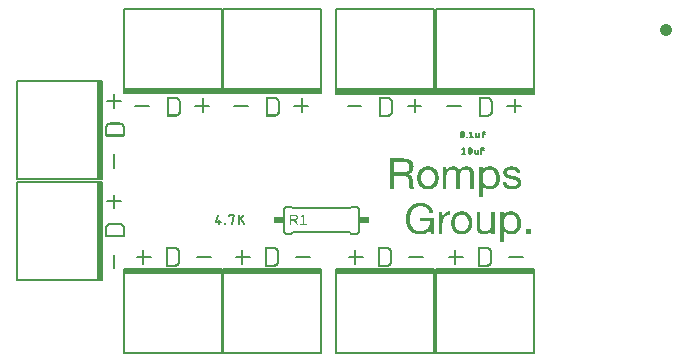
<source format=gbr>
G04 EAGLE Gerber RS-274X export*
G75*
%MOMM*%
%FSLAX34Y34*%
%LPD*%
%INSilkscreen Top*%
%IPPOS*%
%AMOC8*
5,1,8,0,0,1.08239X$1,22.5*%
G01*
G04 Define Apertures*
%ADD10C,0.152400*%
%ADD11C,1.016000*%
%ADD12R,0.863600X0.609600*%
%ADD13C,0.177800*%
%ADD14C,0.127000*%
G36*
X-121389Y143510D02*
X-124800Y143510D01*
X-124800Y169147D01*
X-112735Y169147D01*
X-112284Y169140D01*
X-111845Y169119D01*
X-111418Y169084D01*
X-111004Y169035D01*
X-110602Y168972D01*
X-110213Y168895D01*
X-109837Y168803D01*
X-109472Y168698D01*
X-109121Y168579D01*
X-108781Y168446D01*
X-108455Y168298D01*
X-108140Y168137D01*
X-107839Y167962D01*
X-107549Y167773D01*
X-107273Y167569D01*
X-107008Y167352D01*
X-106758Y167122D01*
X-106524Y166882D01*
X-106307Y166632D01*
X-106105Y166371D01*
X-105920Y166100D01*
X-105750Y165818D01*
X-105597Y165527D01*
X-105460Y165224D01*
X-105339Y164912D01*
X-105234Y164589D01*
X-105145Y164255D01*
X-105073Y163911D01*
X-105016Y163557D01*
X-104976Y163193D01*
X-104952Y162818D01*
X-104944Y162433D01*
X-104960Y161858D01*
X-105010Y161302D01*
X-105093Y160763D01*
X-105209Y160242D01*
X-105357Y159740D01*
X-105540Y159255D01*
X-105755Y158788D01*
X-106003Y158339D01*
X-106288Y157917D01*
X-106612Y157529D01*
X-106977Y157176D01*
X-107381Y156858D01*
X-107825Y156575D01*
X-108309Y156326D01*
X-108833Y156113D01*
X-109396Y155934D01*
X-109396Y155862D01*
X-108865Y155736D01*
X-108386Y155575D01*
X-107959Y155377D01*
X-107583Y155144D01*
X-107251Y154880D01*
X-106954Y154592D01*
X-106694Y154279D01*
X-106470Y153941D01*
X-106277Y153581D01*
X-106111Y153200D01*
X-105972Y152800D01*
X-105859Y152379D01*
X-105684Y151499D01*
X-105554Y150584D01*
X-105491Y149641D01*
X-105446Y148681D01*
X-105422Y148198D01*
X-105384Y147720D01*
X-105332Y147246D01*
X-105267Y146777D01*
X-105187Y146316D01*
X-105092Y145866D01*
X-104981Y145428D01*
X-104854Y145000D01*
X-104702Y144591D01*
X-104517Y144206D01*
X-104299Y143845D01*
X-104046Y143510D01*
X-107852Y143510D01*
X-108017Y143725D01*
X-108153Y143977D01*
X-108259Y144264D01*
X-108337Y144587D01*
X-108394Y144938D01*
X-108440Y145310D01*
X-108475Y145701D01*
X-108498Y146113D01*
X-108570Y147926D01*
X-108597Y148409D01*
X-108642Y148887D01*
X-108705Y149360D01*
X-108786Y149830D01*
X-108947Y150741D01*
X-109145Y151607D01*
X-109268Y152015D01*
X-109423Y152397D01*
X-109609Y152751D01*
X-109827Y153079D01*
X-110078Y153377D01*
X-110366Y153645D01*
X-110689Y153880D01*
X-111048Y154084D01*
X-111244Y154173D01*
X-111456Y154249D01*
X-111684Y154314D01*
X-111927Y154367D01*
X-112187Y154408D01*
X-112462Y154438D01*
X-112752Y154456D01*
X-113059Y154461D01*
X-121389Y154461D01*
X-121389Y143510D01*
G37*
%LPC*%
G36*
X-114279Y157334D02*
X-113694Y157345D01*
X-113121Y157379D01*
X-112563Y157435D01*
X-112017Y157513D01*
X-111495Y157625D01*
X-111007Y157778D01*
X-110553Y157975D01*
X-110132Y158214D01*
X-109748Y158496D01*
X-109405Y158824D01*
X-109102Y159197D01*
X-108840Y159614D01*
X-108726Y159842D01*
X-108627Y160086D01*
X-108544Y160347D01*
X-108476Y160624D01*
X-108423Y160917D01*
X-108385Y161226D01*
X-108362Y161552D01*
X-108355Y161894D01*
X-108372Y162368D01*
X-108422Y162819D01*
X-108506Y163247D01*
X-108624Y163653D01*
X-108776Y164037D01*
X-108961Y164398D01*
X-109180Y164737D01*
X-109432Y165054D01*
X-109722Y165340D01*
X-110054Y165588D01*
X-110427Y165798D01*
X-110841Y165969D01*
X-111297Y166103D01*
X-111795Y166198D01*
X-112334Y166255D01*
X-112915Y166275D01*
X-121389Y166275D01*
X-121389Y157334D01*
X-114279Y157334D01*
G37*
%LPD*%
G36*
X-46330Y136436D02*
X-49382Y136436D01*
X-49382Y162074D01*
X-46330Y162074D01*
X-46330Y159560D01*
X-46258Y159560D01*
X-46057Y159933D01*
X-46043Y159953D01*
X-45828Y160279D01*
X-45572Y160599D01*
X-45289Y160893D01*
X-44979Y161160D01*
X-44643Y161401D01*
X-44279Y161616D01*
X-43889Y161804D01*
X-43480Y161968D01*
X-43061Y162111D01*
X-42631Y162231D01*
X-42192Y162329D01*
X-41743Y162406D01*
X-41283Y162461D01*
X-40814Y162493D01*
X-40334Y162504D01*
X-39804Y162492D01*
X-39292Y162455D01*
X-38796Y162393D01*
X-38319Y162307D01*
X-37858Y162196D01*
X-37415Y162060D01*
X-36990Y161900D01*
X-36582Y161714D01*
X-36191Y161508D01*
X-35817Y161285D01*
X-35459Y161044D01*
X-35119Y160785D01*
X-34795Y160510D01*
X-34488Y160217D01*
X-34198Y159906D01*
X-33925Y159578D01*
X-33668Y159235D01*
X-33428Y158879D01*
X-33203Y158510D01*
X-32996Y158128D01*
X-32804Y157734D01*
X-32629Y157326D01*
X-32470Y156906D01*
X-32327Y156472D01*
X-32201Y156029D01*
X-32091Y155579D01*
X-31999Y155122D01*
X-31923Y154659D01*
X-31864Y154189D01*
X-31822Y153712D01*
X-31797Y153228D01*
X-31788Y152738D01*
X-31796Y152248D01*
X-31821Y151764D01*
X-31861Y151287D01*
X-31918Y150817D01*
X-31992Y150354D01*
X-32081Y149897D01*
X-32187Y149447D01*
X-32309Y149004D01*
X-32447Y148571D01*
X-32603Y148152D01*
X-32775Y147747D01*
X-32964Y147356D01*
X-33170Y146980D01*
X-33393Y146617D01*
X-33632Y146268D01*
X-33889Y145934D01*
X-34162Y145615D01*
X-34452Y145313D01*
X-34759Y145029D01*
X-35083Y144762D01*
X-35423Y144513D01*
X-35781Y144281D01*
X-36155Y144066D01*
X-36546Y143869D01*
X-36953Y143692D01*
X-37377Y143539D01*
X-37817Y143410D01*
X-38274Y143304D01*
X-38747Y143221D01*
X-39235Y143162D01*
X-39741Y143127D01*
X-40262Y143115D01*
X-40613Y143124D01*
X-40985Y143151D01*
X-41376Y143196D01*
X-41788Y143259D01*
X-42209Y143342D01*
X-42627Y143447D01*
X-43044Y143575D01*
X-43458Y143725D01*
X-43865Y143902D01*
X-44261Y144107D01*
X-44646Y144341D01*
X-45020Y144605D01*
X-45373Y144900D01*
X-45697Y145229D01*
X-45993Y145591D01*
X-46258Y145988D01*
X-46330Y145988D01*
X-46330Y136436D01*
G37*
%LPC*%
G36*
X-40585Y145772D02*
X-40198Y145782D01*
X-39828Y145810D01*
X-39474Y145858D01*
X-39136Y145925D01*
X-38814Y146011D01*
X-38508Y146115D01*
X-38219Y146239D01*
X-37946Y146383D01*
X-37688Y146541D01*
X-37442Y146712D01*
X-37210Y146896D01*
X-36990Y147092D01*
X-36783Y147300D01*
X-36590Y147520D01*
X-36409Y147753D01*
X-36241Y147998D01*
X-35940Y148519D01*
X-35684Y149075D01*
X-35473Y149668D01*
X-35307Y150296D01*
X-35181Y150947D01*
X-35092Y151607D01*
X-35038Y152276D01*
X-35020Y152953D01*
X-35041Y153596D01*
X-35105Y154233D01*
X-35212Y154862D01*
X-35361Y155485D01*
X-35554Y156087D01*
X-35792Y156656D01*
X-36075Y157191D01*
X-36402Y157693D01*
X-36583Y157929D01*
X-36777Y158153D01*
X-36983Y158365D01*
X-37201Y158564D01*
X-37432Y158751D01*
X-37675Y158925D01*
X-37930Y159087D01*
X-38198Y159237D01*
X-38477Y159372D01*
X-38769Y159488D01*
X-39072Y159587D01*
X-39387Y159668D01*
X-39714Y159731D01*
X-40052Y159776D01*
X-40403Y159802D01*
X-40765Y159811D01*
X-41144Y159802D01*
X-41508Y159773D01*
X-41857Y159726D01*
X-42192Y159659D01*
X-42512Y159573D01*
X-42818Y159468D01*
X-43109Y159344D01*
X-43386Y159201D01*
X-43649Y159043D01*
X-43900Y158872D01*
X-44100Y158719D01*
X-44138Y158690D01*
X-44364Y158496D01*
X-44578Y158291D01*
X-44780Y158073D01*
X-44969Y157844D01*
X-45145Y157603D01*
X-45463Y157093D01*
X-45733Y156548D01*
X-45957Y155971D01*
X-46133Y155359D01*
X-46266Y154728D01*
X-46362Y154093D01*
X-46419Y153454D01*
X-46438Y152810D01*
X-46418Y152133D01*
X-46357Y151468D01*
X-46256Y150814D01*
X-46115Y150171D01*
X-45930Y149552D01*
X-45697Y148972D01*
X-45418Y148430D01*
X-45092Y147926D01*
X-44910Y147690D01*
X-44716Y147465D01*
X-44508Y147252D01*
X-44288Y147051D01*
X-44055Y146862D01*
X-43809Y146684D01*
X-43550Y146519D01*
X-43278Y146365D01*
X-42993Y146226D01*
X-42693Y146105D01*
X-42378Y146004D01*
X-42048Y145920D01*
X-41705Y145855D01*
X-41346Y145809D01*
X-40973Y145781D01*
X-40585Y145772D01*
G37*
%LPD*%
G36*
X-28367Y98336D02*
X-31419Y98336D01*
X-31419Y123974D01*
X-28367Y123974D01*
X-28367Y121460D01*
X-28296Y121460D01*
X-28094Y121833D01*
X-28080Y121853D01*
X-27865Y122179D01*
X-27609Y122499D01*
X-27326Y122793D01*
X-27016Y123060D01*
X-26680Y123301D01*
X-26316Y123516D01*
X-25926Y123704D01*
X-25517Y123868D01*
X-25098Y124011D01*
X-24669Y124131D01*
X-24229Y124229D01*
X-23780Y124306D01*
X-23320Y124361D01*
X-22851Y124393D01*
X-22371Y124404D01*
X-21841Y124392D01*
X-21329Y124355D01*
X-20834Y124293D01*
X-20356Y124207D01*
X-19896Y124096D01*
X-19453Y123960D01*
X-19027Y123800D01*
X-18619Y123614D01*
X-18228Y123408D01*
X-17854Y123185D01*
X-17496Y122944D01*
X-17156Y122685D01*
X-16832Y122410D01*
X-16525Y122117D01*
X-16235Y121806D01*
X-15962Y121478D01*
X-15705Y121135D01*
X-15465Y120779D01*
X-15241Y120410D01*
X-15033Y120028D01*
X-14841Y119634D01*
X-14666Y119226D01*
X-14507Y118806D01*
X-14364Y118372D01*
X-14238Y117929D01*
X-14128Y117479D01*
X-14036Y117022D01*
X-13960Y116559D01*
X-13901Y116089D01*
X-13859Y115612D01*
X-13834Y115128D01*
X-13825Y114638D01*
X-13834Y114148D01*
X-13858Y113664D01*
X-13899Y113187D01*
X-13956Y112717D01*
X-14029Y112254D01*
X-14118Y111797D01*
X-14224Y111347D01*
X-14346Y110904D01*
X-14485Y110471D01*
X-14640Y110052D01*
X-14812Y109647D01*
X-15001Y109256D01*
X-15207Y108880D01*
X-15430Y108517D01*
X-15670Y108168D01*
X-15926Y107834D01*
X-16199Y107515D01*
X-16489Y107213D01*
X-16796Y106929D01*
X-17120Y106662D01*
X-17460Y106413D01*
X-17818Y106181D01*
X-18192Y105966D01*
X-18583Y105769D01*
X-18991Y105592D01*
X-19414Y105439D01*
X-19855Y105310D01*
X-20311Y105204D01*
X-20784Y105121D01*
X-21273Y105062D01*
X-21778Y105027D01*
X-22299Y105015D01*
X-22650Y105024D01*
X-23022Y105051D01*
X-23413Y105096D01*
X-23825Y105159D01*
X-24246Y105242D01*
X-24665Y105347D01*
X-25081Y105475D01*
X-25495Y105625D01*
X-25902Y105802D01*
X-26298Y106007D01*
X-26683Y106241D01*
X-27057Y106505D01*
X-27410Y106800D01*
X-27735Y107129D01*
X-28030Y107491D01*
X-28296Y107888D01*
X-28367Y107888D01*
X-28367Y98336D01*
G37*
%LPC*%
G36*
X-22622Y107672D02*
X-22236Y107682D01*
X-21865Y107710D01*
X-21511Y107758D01*
X-21173Y107825D01*
X-20851Y107911D01*
X-20545Y108015D01*
X-20256Y108139D01*
X-19983Y108283D01*
X-19725Y108441D01*
X-19480Y108612D01*
X-19247Y108796D01*
X-19027Y108992D01*
X-18821Y109200D01*
X-18627Y109420D01*
X-18446Y109653D01*
X-18278Y109898D01*
X-17977Y110419D01*
X-17721Y110975D01*
X-17510Y111568D01*
X-17344Y112196D01*
X-17219Y112847D01*
X-17129Y113507D01*
X-17075Y114176D01*
X-17057Y114853D01*
X-17078Y115496D01*
X-17142Y116133D01*
X-17249Y116762D01*
X-17398Y117385D01*
X-17591Y117987D01*
X-17829Y118556D01*
X-18112Y119091D01*
X-18439Y119593D01*
X-18621Y119829D01*
X-18814Y120053D01*
X-19020Y120265D01*
X-19238Y120464D01*
X-19469Y120651D01*
X-19712Y120825D01*
X-19967Y120987D01*
X-20235Y121137D01*
X-20514Y121272D01*
X-20806Y121388D01*
X-21109Y121487D01*
X-21424Y121568D01*
X-21751Y121631D01*
X-22089Y121676D01*
X-22440Y121702D01*
X-22802Y121711D01*
X-23181Y121702D01*
X-23545Y121673D01*
X-23894Y121626D01*
X-24229Y121559D01*
X-24550Y121473D01*
X-24855Y121368D01*
X-25147Y121244D01*
X-25423Y121101D01*
X-25686Y120943D01*
X-25937Y120772D01*
X-26137Y120619D01*
X-26175Y120590D01*
X-26402Y120396D01*
X-26615Y120191D01*
X-26817Y119973D01*
X-27006Y119744D01*
X-27183Y119503D01*
X-27500Y118993D01*
X-27770Y118448D01*
X-27994Y117871D01*
X-28170Y117259D01*
X-28303Y116628D01*
X-28399Y115993D01*
X-28456Y115354D01*
X-28475Y114710D01*
X-28455Y114033D01*
X-28394Y113368D01*
X-28293Y112714D01*
X-28152Y112071D01*
X-27967Y111452D01*
X-27735Y110872D01*
X-27455Y110330D01*
X-27129Y109826D01*
X-26947Y109590D01*
X-26753Y109365D01*
X-26545Y109152D01*
X-26325Y108951D01*
X-26092Y108762D01*
X-25846Y108584D01*
X-25587Y108419D01*
X-25315Y108265D01*
X-25030Y108126D01*
X-24730Y108005D01*
X-24415Y107904D01*
X-24086Y107820D01*
X-23742Y107755D01*
X-23383Y107709D01*
X-23010Y107681D01*
X-22622Y107672D01*
G37*
%LPD*%
G36*
X-92702Y143115D02*
X-93241Y143127D01*
X-93765Y143161D01*
X-94274Y143219D01*
X-94766Y143299D01*
X-95243Y143403D01*
X-95704Y143529D01*
X-96150Y143679D01*
X-96580Y143851D01*
X-96993Y144044D01*
X-97390Y144255D01*
X-97770Y144484D01*
X-98133Y144731D01*
X-98479Y144996D01*
X-98808Y145278D01*
X-99121Y145579D01*
X-99416Y145898D01*
X-99694Y146232D01*
X-99955Y146581D01*
X-100197Y146944D01*
X-100422Y147321D01*
X-100628Y147711D01*
X-100817Y148116D01*
X-100987Y148535D01*
X-101140Y148968D01*
X-101274Y149412D01*
X-101391Y149865D01*
X-101490Y150328D01*
X-101571Y150799D01*
X-101633Y151279D01*
X-101678Y151768D01*
X-101705Y152267D01*
X-101714Y152774D01*
X-101705Y153281D01*
X-101678Y153780D01*
X-101633Y154271D01*
X-101571Y154753D01*
X-101490Y155227D01*
X-101391Y155692D01*
X-101274Y156149D01*
X-101140Y156598D01*
X-100987Y157035D01*
X-100817Y157457D01*
X-100628Y157865D01*
X-100422Y158258D01*
X-100197Y158637D01*
X-99955Y159001D01*
X-99694Y159351D01*
X-99416Y159686D01*
X-99121Y160005D01*
X-98808Y160306D01*
X-98479Y160590D01*
X-98133Y160857D01*
X-97770Y161107D01*
X-97390Y161339D01*
X-96993Y161553D01*
X-96580Y161750D01*
X-96150Y161927D01*
X-95704Y162080D01*
X-95243Y162210D01*
X-94766Y162316D01*
X-94274Y162398D01*
X-93765Y162457D01*
X-93241Y162493D01*
X-92702Y162504D01*
X-92154Y162493D01*
X-91623Y162457D01*
X-91110Y162398D01*
X-90615Y162316D01*
X-90136Y162210D01*
X-89675Y162080D01*
X-89232Y161927D01*
X-88806Y161750D01*
X-88397Y161553D01*
X-88004Y161339D01*
X-87627Y161107D01*
X-87266Y160857D01*
X-86922Y160590D01*
X-86594Y160306D01*
X-86283Y160005D01*
X-85987Y159686D01*
X-85709Y159351D01*
X-85449Y159001D01*
X-85206Y158637D01*
X-84982Y158258D01*
X-84775Y157865D01*
X-84587Y157457D01*
X-84416Y157035D01*
X-84264Y156598D01*
X-84129Y156149D01*
X-84012Y155692D01*
X-83914Y155227D01*
X-83833Y154753D01*
X-83770Y154271D01*
X-83725Y153780D01*
X-83698Y153281D01*
X-83689Y152774D01*
X-83698Y152267D01*
X-83725Y151768D01*
X-83770Y151279D01*
X-83833Y150799D01*
X-83914Y150328D01*
X-84012Y149865D01*
X-84129Y149412D01*
X-84264Y148968D01*
X-84416Y148535D01*
X-84587Y148116D01*
X-84775Y147711D01*
X-84982Y147321D01*
X-85206Y146944D01*
X-85449Y146581D01*
X-85709Y146232D01*
X-85987Y145898D01*
X-86283Y145579D01*
X-86594Y145278D01*
X-86922Y144996D01*
X-87266Y144731D01*
X-87627Y144484D01*
X-88004Y144255D01*
X-88397Y144044D01*
X-88806Y143851D01*
X-89232Y143679D01*
X-89675Y143529D01*
X-90136Y143403D01*
X-90615Y143299D01*
X-91110Y143219D01*
X-91623Y143161D01*
X-92154Y143127D01*
X-92702Y143115D01*
G37*
%LPC*%
G36*
X-92702Y145772D02*
X-92407Y145779D01*
X-92117Y145801D01*
X-91831Y145838D01*
X-91548Y145889D01*
X-91270Y145954D01*
X-90995Y146035D01*
X-90458Y146239D01*
X-89945Y146498D01*
X-89466Y146809D01*
X-89020Y147171D01*
X-88608Y147585D01*
X-88416Y147812D01*
X-88235Y148052D01*
X-88064Y148306D01*
X-87904Y148573D01*
X-87615Y149147D01*
X-87370Y149776D01*
X-87264Y150109D01*
X-87173Y150454D01*
X-87096Y150812D01*
X-87033Y151180D01*
X-86984Y151561D01*
X-86949Y151954D01*
X-86928Y152358D01*
X-86921Y152774D01*
X-86928Y153190D01*
X-86949Y153594D01*
X-86984Y153986D01*
X-87033Y154367D01*
X-87096Y154736D01*
X-87173Y155093D01*
X-87264Y155438D01*
X-87370Y155772D01*
X-87615Y156401D01*
X-87904Y156979D01*
X-88235Y157506D01*
X-88608Y157980D01*
X-89020Y158402D01*
X-89466Y158770D01*
X-89945Y159084D01*
X-90197Y159221D01*
X-90458Y159345D01*
X-90995Y159549D01*
X-91270Y159629D01*
X-91548Y159695D01*
X-91831Y159746D01*
X-92117Y159782D01*
X-92407Y159804D01*
X-92702Y159811D01*
X-92996Y159804D01*
X-93286Y159782D01*
X-93573Y159746D01*
X-93855Y159695D01*
X-94134Y159629D01*
X-94408Y159549D01*
X-94946Y159345D01*
X-95206Y159221D01*
X-95459Y159084D01*
X-95938Y158770D01*
X-96383Y158402D01*
X-96795Y157980D01*
X-97169Y157506D01*
X-97500Y156979D01*
X-97788Y156401D01*
X-98034Y155772D01*
X-98139Y155438D01*
X-98230Y155093D01*
X-98307Y154736D01*
X-98370Y154367D01*
X-98420Y153986D01*
X-98455Y153594D01*
X-98476Y153190D01*
X-98483Y152774D01*
X-98476Y152358D01*
X-98455Y151954D01*
X-98420Y151561D01*
X-98370Y151180D01*
X-98307Y150812D01*
X-98230Y150454D01*
X-98139Y150109D01*
X-98034Y149776D01*
X-97788Y149147D01*
X-97500Y148573D01*
X-97340Y148306D01*
X-97169Y148052D01*
X-96987Y147812D01*
X-96795Y147585D01*
X-96383Y147171D01*
X-95938Y146809D01*
X-95459Y146498D01*
X-94946Y146239D01*
X-94408Y146035D01*
X-94134Y145954D01*
X-93855Y145889D01*
X-93573Y145838D01*
X-93286Y145801D01*
X-92996Y145779D01*
X-92702Y145772D01*
G37*
%LPD*%
G36*
X-64083Y105015D02*
X-64622Y105027D01*
X-65146Y105061D01*
X-65655Y105119D01*
X-66147Y105199D01*
X-66624Y105303D01*
X-67085Y105429D01*
X-67531Y105579D01*
X-67960Y105751D01*
X-68374Y105944D01*
X-68771Y106155D01*
X-69150Y106384D01*
X-69513Y106631D01*
X-69860Y106896D01*
X-70189Y107178D01*
X-70501Y107479D01*
X-70797Y107798D01*
X-71075Y108132D01*
X-71336Y108481D01*
X-71578Y108844D01*
X-71802Y109221D01*
X-72009Y109611D01*
X-72197Y110016D01*
X-72368Y110435D01*
X-72521Y110868D01*
X-72655Y111312D01*
X-72772Y111765D01*
X-72871Y112228D01*
X-72951Y112699D01*
X-73014Y113179D01*
X-73059Y113668D01*
X-73086Y114167D01*
X-73095Y114674D01*
X-73086Y115181D01*
X-73059Y115680D01*
X-73014Y116171D01*
X-72951Y116653D01*
X-72871Y117127D01*
X-72772Y117592D01*
X-72655Y118049D01*
X-72521Y118498D01*
X-72368Y118935D01*
X-72197Y119357D01*
X-72009Y119765D01*
X-71802Y120158D01*
X-71578Y120537D01*
X-71336Y120901D01*
X-71075Y121251D01*
X-70797Y121586D01*
X-70501Y121905D01*
X-70189Y122206D01*
X-69860Y122490D01*
X-69513Y122757D01*
X-69150Y123007D01*
X-68771Y123239D01*
X-68374Y123453D01*
X-67960Y123650D01*
X-67531Y123827D01*
X-67085Y123980D01*
X-66624Y124110D01*
X-66147Y124216D01*
X-65655Y124298D01*
X-65146Y124357D01*
X-64622Y124393D01*
X-64083Y124404D01*
X-63535Y124393D01*
X-63004Y124357D01*
X-62491Y124298D01*
X-61996Y124216D01*
X-61517Y124110D01*
X-61056Y123980D01*
X-60613Y123827D01*
X-60187Y123650D01*
X-59777Y123453D01*
X-59384Y123239D01*
X-59008Y123007D01*
X-58647Y122757D01*
X-58303Y122490D01*
X-57975Y122206D01*
X-57664Y121905D01*
X-57368Y121586D01*
X-57090Y121251D01*
X-56830Y120901D01*
X-56587Y120537D01*
X-56363Y120158D01*
X-56156Y119765D01*
X-55968Y119357D01*
X-55797Y118935D01*
X-55645Y118498D01*
X-55510Y118049D01*
X-55393Y117592D01*
X-55295Y117127D01*
X-55214Y116653D01*
X-55151Y116171D01*
X-55106Y115680D01*
X-55079Y115181D01*
X-55070Y114674D01*
X-55079Y114167D01*
X-55106Y113668D01*
X-55151Y113179D01*
X-55214Y112699D01*
X-55295Y112228D01*
X-55393Y111765D01*
X-55510Y111312D01*
X-55645Y110868D01*
X-55797Y110435D01*
X-55968Y110016D01*
X-56156Y109611D01*
X-56363Y109221D01*
X-56587Y108844D01*
X-56830Y108481D01*
X-57090Y108132D01*
X-57368Y107798D01*
X-57664Y107479D01*
X-57975Y107178D01*
X-58303Y106896D01*
X-58647Y106631D01*
X-59008Y106384D01*
X-59384Y106155D01*
X-59777Y105944D01*
X-60187Y105751D01*
X-60613Y105579D01*
X-61056Y105429D01*
X-61517Y105303D01*
X-61996Y105199D01*
X-62491Y105119D01*
X-63004Y105061D01*
X-63535Y105027D01*
X-64083Y105015D01*
G37*
%LPC*%
G36*
X-64083Y107672D02*
X-63788Y107679D01*
X-63498Y107701D01*
X-63212Y107738D01*
X-62929Y107789D01*
X-62651Y107854D01*
X-62376Y107935D01*
X-61838Y108139D01*
X-61326Y108398D01*
X-60847Y108709D01*
X-60401Y109071D01*
X-59989Y109485D01*
X-59797Y109712D01*
X-59616Y109952D01*
X-59445Y110206D01*
X-59285Y110473D01*
X-58996Y111047D01*
X-58751Y111676D01*
X-58645Y112009D01*
X-58554Y112354D01*
X-58477Y112712D01*
X-58414Y113080D01*
X-58365Y113461D01*
X-58330Y113854D01*
X-58309Y114258D01*
X-58302Y114674D01*
X-58309Y115090D01*
X-58330Y115494D01*
X-58365Y115886D01*
X-58414Y116267D01*
X-58477Y116636D01*
X-58554Y116993D01*
X-58645Y117338D01*
X-58751Y117672D01*
X-58996Y118301D01*
X-59285Y118879D01*
X-59616Y119406D01*
X-59989Y119880D01*
X-60401Y120302D01*
X-60847Y120670D01*
X-61326Y120984D01*
X-61578Y121121D01*
X-61838Y121245D01*
X-62376Y121449D01*
X-62651Y121529D01*
X-62929Y121595D01*
X-63212Y121646D01*
X-63498Y121682D01*
X-63788Y121704D01*
X-64083Y121711D01*
X-64377Y121704D01*
X-64667Y121682D01*
X-64954Y121646D01*
X-65236Y121595D01*
X-65515Y121529D01*
X-65789Y121449D01*
X-66327Y121245D01*
X-66587Y121121D01*
X-66840Y120984D01*
X-67319Y120670D01*
X-67764Y120302D01*
X-68176Y119880D01*
X-68550Y119406D01*
X-68881Y118879D01*
X-69169Y118301D01*
X-69415Y117672D01*
X-69520Y117338D01*
X-69611Y116993D01*
X-69688Y116636D01*
X-69751Y116267D01*
X-69800Y115886D01*
X-69835Y115494D01*
X-69856Y115090D01*
X-69863Y114674D01*
X-69856Y114258D01*
X-69835Y113854D01*
X-69800Y113461D01*
X-69751Y113080D01*
X-69688Y112712D01*
X-69611Y112354D01*
X-69520Y112009D01*
X-69415Y111676D01*
X-69169Y111047D01*
X-68881Y110473D01*
X-68720Y110206D01*
X-68550Y109952D01*
X-68368Y109712D01*
X-68176Y109485D01*
X-67764Y109071D01*
X-67319Y108709D01*
X-66840Y108398D01*
X-66327Y108139D01*
X-65789Y107935D01*
X-65515Y107854D01*
X-65236Y107789D01*
X-64954Y107738D01*
X-64667Y107701D01*
X-64377Y107679D01*
X-64083Y107672D01*
G37*
%LPD*%
G36*
X-99198Y104836D02*
X-99907Y104852D01*
X-100596Y104902D01*
X-101267Y104984D01*
X-101918Y105100D01*
X-102550Y105249D01*
X-103163Y105431D01*
X-103758Y105646D01*
X-104333Y105895D01*
X-104888Y106171D01*
X-105421Y106470D01*
X-105933Y106793D01*
X-106424Y107138D01*
X-106894Y107506D01*
X-107342Y107898D01*
X-107769Y108312D01*
X-108175Y108749D01*
X-108558Y109207D01*
X-108917Y109681D01*
X-109254Y110172D01*
X-109566Y110679D01*
X-109855Y111204D01*
X-110120Y111745D01*
X-110362Y112303D01*
X-110580Y112879D01*
X-110774Y113465D01*
X-110942Y114057D01*
X-111084Y114654D01*
X-111200Y115257D01*
X-111290Y115866D01*
X-111355Y116480D01*
X-111393Y117100D01*
X-111406Y117726D01*
X-111394Y118422D01*
X-111358Y119109D01*
X-111298Y119788D01*
X-111213Y120459D01*
X-111105Y121122D01*
X-110972Y121775D01*
X-110815Y122421D01*
X-110634Y123058D01*
X-110429Y123681D01*
X-110201Y124284D01*
X-109949Y124868D01*
X-109674Y125432D01*
X-109375Y125977D01*
X-109052Y126502D01*
X-108706Y127007D01*
X-108336Y127492D01*
X-107943Y127956D01*
X-107526Y128396D01*
X-107086Y128811D01*
X-106622Y129202D01*
X-106134Y129570D01*
X-105623Y129913D01*
X-105088Y130232D01*
X-104530Y130526D01*
X-103948Y130792D01*
X-103342Y131021D01*
X-102712Y131216D01*
X-102057Y131375D01*
X-101379Y131498D01*
X-100676Y131587D01*
X-99949Y131640D01*
X-99198Y131657D01*
X-98681Y131650D01*
X-98171Y131627D01*
X-97669Y131589D01*
X-97174Y131536D01*
X-96686Y131468D01*
X-96206Y131385D01*
X-95732Y131286D01*
X-95266Y131173D01*
X-94810Y131043D01*
X-94366Y130896D01*
X-93935Y130731D01*
X-93516Y130549D01*
X-93109Y130349D01*
X-92715Y130133D01*
X-92333Y129898D01*
X-91963Y129647D01*
X-91607Y129378D01*
X-91265Y129091D01*
X-90938Y128787D01*
X-90625Y128466D01*
X-90328Y128128D01*
X-90044Y127772D01*
X-89776Y127398D01*
X-89521Y127008D01*
X-89284Y126598D01*
X-89067Y126167D01*
X-88869Y125716D01*
X-88691Y125244D01*
X-88533Y124751D01*
X-88394Y124237D01*
X-88274Y123703D01*
X-88175Y123148D01*
X-91586Y123148D01*
X-91656Y123509D01*
X-91739Y123858D01*
X-91835Y124194D01*
X-91945Y124517D01*
X-92068Y124827D01*
X-92205Y125124D01*
X-92356Y125408D01*
X-92520Y125679D01*
X-92881Y126185D01*
X-93283Y126644D01*
X-93725Y127056D01*
X-94207Y127421D01*
X-94727Y127740D01*
X-95280Y128017D01*
X-95867Y128252D01*
X-96487Y128444D01*
X-97135Y128593D01*
X-97802Y128700D01*
X-98490Y128764D01*
X-99198Y128785D01*
X-99771Y128770D01*
X-100324Y128727D01*
X-100855Y128654D01*
X-101366Y128552D01*
X-101856Y128420D01*
X-102325Y128260D01*
X-102774Y128070D01*
X-103202Y127851D01*
X-103610Y127609D01*
X-103998Y127348D01*
X-104368Y127068D01*
X-104719Y126770D01*
X-105050Y126453D01*
X-105363Y126118D01*
X-105656Y125764D01*
X-105931Y125392D01*
X-106187Y125004D01*
X-106425Y124602D01*
X-106647Y124187D01*
X-106851Y123758D01*
X-107037Y123316D01*
X-107206Y122860D01*
X-107358Y122391D01*
X-107492Y121909D01*
X-107610Y121418D01*
X-107712Y120925D01*
X-107799Y120429D01*
X-107869Y119930D01*
X-107924Y119428D01*
X-107964Y118923D01*
X-107987Y118416D01*
X-107995Y117905D01*
X-107986Y117405D01*
X-107959Y116910D01*
X-107914Y116420D01*
X-107851Y115935D01*
X-107771Y115455D01*
X-107672Y114980D01*
X-107555Y114510D01*
X-107421Y114045D01*
X-107269Y113590D01*
X-107100Y113148D01*
X-106914Y112719D01*
X-106711Y112304D01*
X-106492Y111902D01*
X-106256Y111514D01*
X-106003Y111139D01*
X-105733Y110778D01*
X-105447Y110432D01*
X-105144Y110105D01*
X-104825Y109795D01*
X-104490Y109503D01*
X-104138Y109230D01*
X-103771Y108974D01*
X-103387Y108736D01*
X-102986Y108516D01*
X-102570Y108318D01*
X-102137Y108147D01*
X-101688Y108002D01*
X-101222Y107883D01*
X-100741Y107791D01*
X-100243Y107725D01*
X-99729Y107685D01*
X-99198Y107672D01*
X-98703Y107682D01*
X-98222Y107712D01*
X-97756Y107763D01*
X-97304Y107834D01*
X-96867Y107925D01*
X-96445Y108036D01*
X-96037Y108167D01*
X-95643Y108318D01*
X-95265Y108488D01*
X-94902Y108672D01*
X-94554Y108871D01*
X-94221Y109086D01*
X-93903Y109316D01*
X-93600Y109561D01*
X-93313Y109821D01*
X-93040Y110096D01*
X-92783Y110385D01*
X-92543Y110686D01*
X-92319Y111000D01*
X-92111Y111326D01*
X-91920Y111664D01*
X-91744Y112015D01*
X-91585Y112377D01*
X-91442Y112753D01*
X-91317Y113138D01*
X-91211Y113530D01*
X-91124Y113930D01*
X-91056Y114337D01*
X-91008Y114752D01*
X-90978Y115173D01*
X-90967Y115602D01*
X-90976Y116038D01*
X-99162Y116038D01*
X-99162Y118911D01*
X-87924Y118911D01*
X-87924Y105410D01*
X-90078Y105410D01*
X-90976Y108606D01*
X-91364Y108121D01*
X-91774Y107671D01*
X-92208Y107257D01*
X-92663Y106878D01*
X-93141Y106534D01*
X-93642Y106226D01*
X-94164Y105953D01*
X-94710Y105715D01*
X-95267Y105509D01*
X-95825Y105330D01*
X-96385Y105179D01*
X-96945Y105055D01*
X-97507Y104959D01*
X-98069Y104891D01*
X-98633Y104849D01*
X-99198Y104836D01*
G37*
G36*
X-77063Y143510D02*
X-80115Y143510D01*
X-80115Y162074D01*
X-77243Y162074D01*
X-77243Y159345D01*
X-77171Y159345D01*
X-76903Y159727D01*
X-76621Y160085D01*
X-76325Y160418D01*
X-76015Y160727D01*
X-75690Y161011D01*
X-75351Y161270D01*
X-74998Y161505D01*
X-74630Y161714D01*
X-74248Y161900D01*
X-73852Y162060D01*
X-73442Y162196D01*
X-73017Y162307D01*
X-72578Y162393D01*
X-72124Y162455D01*
X-71656Y162492D01*
X-71174Y162504D01*
X-70749Y162493D01*
X-70333Y162460D01*
X-69927Y162403D01*
X-69532Y162325D01*
X-69146Y162224D01*
X-68771Y162100D01*
X-68406Y161955D01*
X-68051Y161786D01*
X-67713Y161591D01*
X-67402Y161364D01*
X-67116Y161106D01*
X-66857Y160817D01*
X-66623Y160496D01*
X-66415Y160144D01*
X-66232Y159760D01*
X-66076Y159345D01*
X-65833Y159711D01*
X-65572Y160056D01*
X-65292Y160380D01*
X-64994Y160682D01*
X-64677Y160963D01*
X-64342Y161223D01*
X-63988Y161461D01*
X-63616Y161679D01*
X-63230Y161872D01*
X-62834Y162040D01*
X-62429Y162182D01*
X-62014Y162298D01*
X-61589Y162388D01*
X-61155Y162453D01*
X-60712Y162492D01*
X-60259Y162504D01*
X-59576Y162485D01*
X-58926Y162428D01*
X-58310Y162333D01*
X-57728Y162199D01*
X-57182Y162025D01*
X-56677Y161809D01*
X-56213Y161550D01*
X-55789Y161248D01*
X-55407Y160901D01*
X-55070Y160507D01*
X-54779Y160066D01*
X-54532Y159578D01*
X-54427Y159316D01*
X-54335Y159041D01*
X-54258Y158752D01*
X-54195Y158451D01*
X-54146Y158138D01*
X-54111Y157811D01*
X-54090Y157471D01*
X-54083Y157118D01*
X-54083Y143510D01*
X-57135Y143510D01*
X-57135Y155682D01*
X-57144Y156106D01*
X-57171Y156517D01*
X-57216Y156914D01*
X-57279Y157298D01*
X-57366Y157663D01*
X-57485Y158003D01*
X-57636Y158318D01*
X-57817Y158609D01*
X-58034Y158872D01*
X-58289Y159107D01*
X-58581Y159312D01*
X-58912Y159488D01*
X-59288Y159630D01*
X-59716Y159731D01*
X-60195Y159791D01*
X-60726Y159811D01*
X-61276Y159791D01*
X-61796Y159731D01*
X-62286Y159630D01*
X-62745Y159488D01*
X-63175Y159307D01*
X-63574Y159084D01*
X-63942Y158822D01*
X-64280Y158519D01*
X-64583Y158182D01*
X-64846Y157819D01*
X-65068Y157428D01*
X-65250Y157011D01*
X-65391Y156566D01*
X-65492Y156095D01*
X-65553Y155597D01*
X-65573Y155072D01*
X-65573Y143510D01*
X-68625Y143510D01*
X-68625Y155682D01*
X-68635Y156122D01*
X-68665Y156544D01*
X-68716Y156948D01*
X-68787Y157334D01*
X-68882Y157699D01*
X-69007Y158039D01*
X-69160Y158354D01*
X-69343Y158644D01*
X-69558Y158907D01*
X-69805Y159138D01*
X-70087Y159338D01*
X-70402Y159506D01*
X-70758Y159640D01*
X-71161Y159735D01*
X-71611Y159792D01*
X-72108Y159811D01*
X-72434Y159803D01*
X-72749Y159778D01*
X-73051Y159736D01*
X-73342Y159677D01*
X-73621Y159601D01*
X-73889Y159508D01*
X-74144Y159399D01*
X-74388Y159273D01*
X-74841Y158990D01*
X-75250Y158680D01*
X-75613Y158344D01*
X-75932Y157980D01*
X-76208Y157600D01*
X-76444Y157213D01*
X-76639Y156819D01*
X-76794Y156418D01*
X-76912Y156031D01*
X-76996Y155678D01*
X-77046Y155358D01*
X-77063Y155072D01*
X-77063Y143510D01*
G37*
G36*
X-21499Y143115D02*
X-22262Y143135D01*
X-23007Y143196D01*
X-23734Y143297D01*
X-24443Y143438D01*
X-24788Y143525D01*
X-25123Y143626D01*
X-25448Y143739D01*
X-25763Y143865D01*
X-26068Y144003D01*
X-26362Y144155D01*
X-26646Y144320D01*
X-26921Y144497D01*
X-27183Y144689D01*
X-27433Y144895D01*
X-27668Y145115D01*
X-27890Y145350D01*
X-28099Y145600D01*
X-28294Y145864D01*
X-28476Y146143D01*
X-28644Y146436D01*
X-28797Y146745D01*
X-28932Y147070D01*
X-29048Y147412D01*
X-29147Y147769D01*
X-29228Y148143D01*
X-29291Y148534D01*
X-29336Y148940D01*
X-29362Y149363D01*
X-26310Y149363D01*
X-26295Y149116D01*
X-26268Y148879D01*
X-26228Y148652D01*
X-26176Y148434D01*
X-26034Y148026D01*
X-25844Y147657D01*
X-25611Y147325D01*
X-25345Y147029D01*
X-25046Y146768D01*
X-24713Y146544D01*
X-24351Y146352D01*
X-23968Y146190D01*
X-23561Y146056D01*
X-23133Y145952D01*
X-22690Y145873D01*
X-22240Y145817D01*
X-21783Y145783D01*
X-21319Y145772D01*
X-20956Y145779D01*
X-20583Y145799D01*
X-19811Y145880D01*
X-19424Y145945D01*
X-19053Y146032D01*
X-18697Y146142D01*
X-18357Y146275D01*
X-18040Y146435D01*
X-17751Y146629D01*
X-17492Y146857D01*
X-17262Y147119D01*
X-17161Y147262D01*
X-17074Y147416D01*
X-16999Y147579D01*
X-16939Y147751D01*
X-16892Y147933D01*
X-16858Y148125D01*
X-16838Y148326D01*
X-16831Y148537D01*
X-16845Y148824D01*
X-16887Y149093D01*
X-16957Y149345D01*
X-17056Y149578D01*
X-17182Y149794D01*
X-17336Y149991D01*
X-17518Y150171D01*
X-17729Y150332D01*
X-18206Y150623D01*
X-18739Y150884D01*
X-19328Y151117D01*
X-19973Y151320D01*
X-20661Y151504D01*
X-21378Y151679D01*
X-22124Y151845D01*
X-22899Y152002D01*
X-23675Y152170D01*
X-24421Y152370D01*
X-25138Y152601D01*
X-25826Y152864D01*
X-26155Y153010D01*
X-26471Y153170D01*
X-26772Y153344D01*
X-27060Y153532D01*
X-27333Y153735D01*
X-27593Y153951D01*
X-27838Y154181D01*
X-28070Y154426D01*
X-28280Y154689D01*
X-28463Y154978D01*
X-28617Y155291D01*
X-28743Y155628D01*
X-28841Y155991D01*
X-28911Y156378D01*
X-28953Y156790D01*
X-28967Y157226D01*
X-28958Y157570D01*
X-28928Y157902D01*
X-28879Y158221D01*
X-28810Y158528D01*
X-28722Y158822D01*
X-28614Y159105D01*
X-28486Y159374D01*
X-28339Y159632D01*
X-28003Y160111D01*
X-27621Y160543D01*
X-27195Y160928D01*
X-26723Y161266D01*
X-26214Y161560D01*
X-25673Y161813D01*
X-25101Y162026D01*
X-24497Y162199D01*
X-23879Y162333D01*
X-23263Y162428D01*
X-22649Y162485D01*
X-22038Y162504D01*
X-21263Y162488D01*
X-20521Y162437D01*
X-19809Y162353D01*
X-19129Y162235D01*
X-18802Y162162D01*
X-18484Y162076D01*
X-17877Y161867D01*
X-17308Y161609D01*
X-16777Y161302D01*
X-16528Y161128D01*
X-16291Y160940D01*
X-16068Y160738D01*
X-15857Y160521D01*
X-15659Y160289D01*
X-15475Y160043D01*
X-15303Y159782D01*
X-15144Y159506D01*
X-14999Y159215D01*
X-14870Y158906D01*
X-14756Y158580D01*
X-14659Y158236D01*
X-14577Y157875D01*
X-14511Y157497D01*
X-14460Y157101D01*
X-14425Y156688D01*
X-17477Y156688D01*
X-17534Y157117D01*
X-17630Y157509D01*
X-17767Y157862D01*
X-17944Y158178D01*
X-18155Y158459D01*
X-18393Y158712D01*
X-18658Y158935D01*
X-18950Y159129D01*
X-19263Y159296D01*
X-19591Y159439D01*
X-19936Y159557D01*
X-20296Y159650D01*
X-20665Y159721D01*
X-21037Y159771D01*
X-21410Y159801D01*
X-21786Y159811D01*
X-22128Y159805D01*
X-22473Y159785D01*
X-22820Y159751D01*
X-23169Y159704D01*
X-23511Y159640D01*
X-23837Y159556D01*
X-24148Y159451D01*
X-24443Y159327D01*
X-24717Y159181D01*
X-24964Y159013D01*
X-25184Y158822D01*
X-25377Y158609D01*
X-25534Y158367D01*
X-25646Y158092D01*
X-25713Y157784D01*
X-25736Y157442D01*
X-25727Y157248D01*
X-25701Y157063D01*
X-25658Y156887D01*
X-25597Y156719D01*
X-25519Y156559D01*
X-25423Y156408D01*
X-25310Y156265D01*
X-25179Y156131D01*
X-24882Y155882D01*
X-24547Y155655D01*
X-24173Y155451D01*
X-23761Y155269D01*
X-23317Y155105D01*
X-22845Y154955D01*
X-22347Y154818D01*
X-21822Y154695D01*
X-19668Y154210D01*
X-19097Y154078D01*
X-18532Y153932D01*
X-17975Y153772D01*
X-17424Y153600D01*
X-16892Y153406D01*
X-16391Y153182D01*
X-15922Y152930D01*
X-15485Y152648D01*
X-15083Y152333D01*
X-14722Y151979D01*
X-14401Y151588D01*
X-14120Y151158D01*
X-13998Y150927D01*
X-13892Y150682D01*
X-13803Y150424D01*
X-13730Y150153D01*
X-13673Y149868D01*
X-13632Y149569D01*
X-13608Y149257D01*
X-13600Y148932D01*
X-13611Y148519D01*
X-13643Y148124D01*
X-13698Y147747D01*
X-13775Y147388D01*
X-13873Y147047D01*
X-13993Y146724D01*
X-14136Y146418D01*
X-14300Y146131D01*
X-14482Y145860D01*
X-14677Y145602D01*
X-14886Y145357D01*
X-15108Y145126D01*
X-15343Y144908D01*
X-15592Y144704D01*
X-15855Y144513D01*
X-16131Y144336D01*
X-16714Y144021D01*
X-17020Y143882D01*
X-17334Y143757D01*
X-17657Y143644D01*
X-17989Y143545D01*
X-18330Y143458D01*
X-18680Y143384D01*
X-19388Y143267D01*
X-20094Y143182D01*
X-20798Y143132D01*
X-21499Y143115D01*
G37*
G36*
X-45105Y105015D02*
X-45553Y105023D01*
X-45982Y105045D01*
X-46392Y105083D01*
X-46783Y105136D01*
X-47155Y105204D01*
X-47508Y105288D01*
X-47842Y105386D01*
X-48157Y105500D01*
X-48455Y105627D01*
X-48738Y105768D01*
X-49007Y105921D01*
X-49261Y106088D01*
X-49500Y106267D01*
X-49725Y106459D01*
X-49936Y106664D01*
X-50131Y106882D01*
X-50313Y107112D01*
X-50480Y107352D01*
X-50634Y107603D01*
X-50773Y107865D01*
X-50899Y108137D01*
X-51010Y108421D01*
X-51107Y108714D01*
X-51191Y109019D01*
X-51324Y109655D01*
X-51420Y110325D01*
X-51477Y111028D01*
X-51496Y111765D01*
X-51496Y123974D01*
X-48444Y123974D01*
X-48444Y111406D01*
X-48428Y110987D01*
X-48381Y110589D01*
X-48303Y110215D01*
X-48193Y109862D01*
X-48051Y109532D01*
X-47878Y109225D01*
X-47674Y108940D01*
X-47439Y108677D01*
X-47175Y108442D01*
X-46889Y108238D01*
X-46578Y108065D01*
X-46245Y107923D01*
X-45887Y107813D01*
X-45506Y107735D01*
X-45102Y107688D01*
X-44674Y107672D01*
X-44330Y107679D01*
X-43997Y107699D01*
X-43677Y107733D01*
X-43368Y107780D01*
X-43071Y107840D01*
X-42785Y107914D01*
X-42512Y108002D01*
X-42250Y108103D01*
X-41760Y108341D01*
X-41312Y108624D01*
X-40907Y108951D01*
X-40545Y109324D01*
X-40225Y109736D01*
X-39948Y110181D01*
X-39713Y110660D01*
X-39521Y111173D01*
X-39372Y111715D01*
X-39265Y112282D01*
X-39201Y112873D01*
X-39180Y113489D01*
X-39180Y123974D01*
X-36128Y123974D01*
X-36128Y105410D01*
X-39001Y105410D01*
X-39001Y108354D01*
X-39072Y108354D01*
X-39323Y107938D01*
X-39591Y107550D01*
X-39875Y107190D01*
X-40176Y106860D01*
X-40495Y106558D01*
X-40830Y106284D01*
X-41181Y106039D01*
X-41550Y105823D01*
X-41935Y105634D01*
X-42338Y105469D01*
X-42757Y105331D01*
X-43193Y105217D01*
X-43645Y105129D01*
X-44115Y105066D01*
X-44601Y105028D01*
X-45105Y105015D01*
G37*
G36*
X-80458Y105410D02*
X-83510Y105410D01*
X-83510Y123974D01*
X-80637Y123974D01*
X-80637Y120060D01*
X-80566Y120060D01*
X-80279Y120607D01*
X-79978Y121117D01*
X-79660Y121590D01*
X-79327Y122026D01*
X-78978Y122425D01*
X-78613Y122786D01*
X-78233Y123111D01*
X-77837Y123399D01*
X-77419Y123650D01*
X-76975Y123866D01*
X-76504Y124045D01*
X-76005Y124189D01*
X-75480Y124297D01*
X-74928Y124368D01*
X-74349Y124404D01*
X-73743Y124404D01*
X-73743Y121173D01*
X-74193Y121165D01*
X-74625Y121141D01*
X-75041Y121102D01*
X-75440Y121047D01*
X-75822Y120976D01*
X-76187Y120890D01*
X-76536Y120788D01*
X-76867Y120670D01*
X-77183Y120537D01*
X-77482Y120390D01*
X-77766Y120227D01*
X-78034Y120051D01*
X-78287Y119859D01*
X-78523Y119654D01*
X-78744Y119433D01*
X-78950Y119198D01*
X-79141Y118949D01*
X-79318Y118687D01*
X-79482Y118413D01*
X-79632Y118125D01*
X-79769Y117825D01*
X-79892Y117512D01*
X-80002Y117185D01*
X-80099Y116846D01*
X-80256Y116129D01*
X-80368Y115361D01*
X-80435Y114540D01*
X-80458Y113668D01*
X-80458Y105410D01*
G37*
G36*
X-5578Y105410D02*
X-9564Y105410D01*
X-9564Y109396D01*
X-5578Y109396D01*
X-5578Y105410D01*
G37*
G36*
X-43035Y204445D02*
X-48211Y204445D01*
X-48638Y204455D01*
X-48981Y204491D01*
X-49248Y204559D01*
X-49356Y204607D01*
X-49449Y204665D01*
X-49526Y204734D01*
X-49590Y204815D01*
X-49641Y204910D01*
X-49681Y205017D01*
X-49729Y205277D01*
X-49744Y205601D01*
X-49744Y205676D01*
X-49719Y219796D01*
X-49719Y219947D01*
X-49707Y220331D01*
X-49666Y220640D01*
X-49588Y220881D01*
X-49532Y220979D01*
X-49464Y221062D01*
X-49383Y221132D01*
X-49288Y221190D01*
X-49178Y221236D01*
X-49051Y221272D01*
X-48745Y221316D01*
X-48362Y221329D01*
X-42458Y221329D01*
X-42098Y221317D01*
X-41744Y221280D01*
X-41399Y221221D01*
X-41062Y221139D01*
X-40736Y221036D01*
X-40422Y220912D01*
X-40120Y220767D01*
X-39832Y220603D01*
X-39560Y220421D01*
X-39304Y220221D01*
X-39066Y220004D01*
X-38847Y219771D01*
X-38648Y219522D01*
X-38471Y219259D01*
X-38317Y218981D01*
X-38186Y218691D01*
X-38071Y218380D01*
X-37970Y218051D01*
X-37884Y217705D01*
X-37813Y217343D01*
X-37757Y216966D01*
X-37716Y216574D01*
X-37692Y216169D01*
X-37684Y215751D01*
X-37684Y215651D01*
X-37709Y209922D01*
X-37709Y209847D01*
X-37730Y209190D01*
X-37791Y208576D01*
X-37895Y208005D01*
X-38039Y207476D01*
X-38226Y206991D01*
X-38454Y206548D01*
X-38723Y206147D01*
X-39034Y205789D01*
X-39387Y205473D01*
X-39782Y205200D01*
X-40219Y204969D01*
X-40698Y204780D01*
X-41219Y204633D01*
X-41782Y204529D01*
X-42388Y204466D01*
X-43035Y204445D01*
G37*
%LPC*%
G36*
X-42759Y206304D02*
X-42367Y206317D01*
X-42003Y206354D01*
X-41665Y206417D01*
X-41353Y206505D01*
X-41067Y206619D01*
X-40808Y206759D01*
X-40574Y206925D01*
X-40366Y207118D01*
X-40183Y207337D01*
X-40025Y207584D01*
X-39892Y207858D01*
X-39784Y208159D01*
X-39700Y208488D01*
X-39641Y208846D01*
X-39605Y209231D01*
X-39593Y209646D01*
X-39593Y209797D01*
X-39568Y216002D01*
X-39568Y216053D01*
X-39581Y216476D01*
X-39618Y216870D01*
X-39680Y217236D01*
X-39768Y217572D01*
X-39882Y217881D01*
X-40021Y218161D01*
X-40187Y218413D01*
X-40378Y218637D01*
X-40597Y218835D01*
X-40842Y219005D01*
X-41113Y219148D01*
X-41413Y219264D01*
X-41739Y219355D01*
X-42093Y219419D01*
X-42475Y219457D01*
X-42885Y219470D01*
X-47483Y219470D01*
X-47629Y219455D01*
X-47728Y219410D01*
X-47779Y219332D01*
X-47784Y219218D01*
X-47784Y206581D01*
X-47770Y206442D01*
X-47724Y206358D01*
X-47646Y206316D01*
X-47533Y206304D01*
X-42759Y206304D01*
G37*
%LPD*%
G36*
X-307838Y77445D02*
X-313014Y77445D01*
X-313441Y77455D01*
X-313783Y77491D01*
X-314051Y77559D01*
X-314159Y77607D01*
X-314251Y77665D01*
X-314329Y77734D01*
X-314393Y77815D01*
X-314444Y77910D01*
X-314484Y78017D01*
X-314532Y78277D01*
X-314547Y78601D01*
X-314547Y78676D01*
X-314522Y92796D01*
X-314522Y92947D01*
X-314510Y93331D01*
X-314469Y93640D01*
X-314390Y93881D01*
X-314335Y93979D01*
X-314267Y94062D01*
X-314186Y94132D01*
X-314091Y94190D01*
X-313980Y94236D01*
X-313854Y94272D01*
X-313548Y94316D01*
X-313165Y94329D01*
X-307260Y94329D01*
X-306901Y94317D01*
X-306547Y94280D01*
X-306202Y94221D01*
X-305865Y94139D01*
X-305539Y94036D01*
X-305224Y93912D01*
X-304923Y93767D01*
X-304635Y93603D01*
X-304362Y93421D01*
X-304107Y93221D01*
X-303868Y93004D01*
X-303649Y92771D01*
X-303451Y92522D01*
X-303274Y92259D01*
X-303119Y91981D01*
X-302989Y91691D01*
X-302874Y91380D01*
X-302773Y91051D01*
X-302687Y90705D01*
X-302615Y90343D01*
X-302560Y89966D01*
X-302519Y89574D01*
X-302495Y89169D01*
X-302487Y88751D01*
X-302487Y88651D01*
X-302512Y82922D01*
X-302512Y82847D01*
X-302532Y82190D01*
X-302594Y81576D01*
X-302698Y81005D01*
X-302842Y80476D01*
X-303029Y79991D01*
X-303256Y79548D01*
X-303526Y79147D01*
X-303837Y78789D01*
X-304190Y78473D01*
X-304585Y78200D01*
X-305022Y77969D01*
X-305501Y77780D01*
X-306022Y77633D01*
X-306585Y77529D01*
X-307191Y77466D01*
X-307838Y77445D01*
G37*
%LPC*%
G36*
X-307562Y79304D02*
X-307170Y79317D01*
X-306806Y79354D01*
X-306467Y79417D01*
X-306156Y79505D01*
X-305870Y79619D01*
X-305611Y79759D01*
X-305377Y79925D01*
X-305169Y80118D01*
X-304986Y80337D01*
X-304828Y80584D01*
X-304695Y80858D01*
X-304587Y81159D01*
X-304503Y81488D01*
X-304444Y81846D01*
X-304408Y82231D01*
X-304396Y82646D01*
X-304396Y82797D01*
X-304371Y89002D01*
X-304371Y89053D01*
X-304383Y89476D01*
X-304421Y89870D01*
X-304483Y90236D01*
X-304571Y90572D01*
X-304685Y90881D01*
X-304824Y91161D01*
X-304990Y91413D01*
X-305181Y91637D01*
X-305400Y91835D01*
X-305644Y92005D01*
X-305916Y92148D01*
X-306215Y92264D01*
X-306542Y92355D01*
X-306896Y92419D01*
X-307278Y92457D01*
X-307688Y92470D01*
X-312285Y92470D01*
X-312431Y92455D01*
X-312530Y92410D01*
X-312582Y92332D01*
X-312587Y92218D01*
X-312587Y79581D01*
X-312572Y79442D01*
X-312527Y79358D01*
X-312449Y79316D01*
X-312336Y79304D01*
X-307562Y79304D01*
G37*
%LPD*%
G36*
X-127605Y204445D02*
X-132781Y204445D01*
X-133208Y204455D01*
X-133551Y204491D01*
X-133818Y204559D01*
X-133926Y204607D01*
X-134019Y204665D01*
X-134096Y204734D01*
X-134160Y204815D01*
X-134211Y204910D01*
X-134251Y205017D01*
X-134299Y205277D01*
X-134314Y205601D01*
X-134314Y205676D01*
X-134289Y219796D01*
X-134289Y219947D01*
X-134277Y220331D01*
X-134236Y220640D01*
X-134158Y220881D01*
X-134102Y220979D01*
X-134034Y221062D01*
X-133953Y221132D01*
X-133858Y221190D01*
X-133748Y221236D01*
X-133621Y221272D01*
X-133315Y221316D01*
X-132932Y221329D01*
X-127028Y221329D01*
X-126668Y221317D01*
X-126314Y221280D01*
X-125969Y221221D01*
X-125632Y221139D01*
X-125306Y221036D01*
X-124992Y220912D01*
X-124690Y220767D01*
X-124402Y220603D01*
X-124130Y220421D01*
X-123874Y220221D01*
X-123636Y220004D01*
X-123417Y219771D01*
X-123218Y219522D01*
X-123041Y219259D01*
X-122887Y218981D01*
X-122756Y218691D01*
X-122641Y218380D01*
X-122540Y218051D01*
X-122454Y217705D01*
X-122383Y217343D01*
X-122327Y216966D01*
X-122286Y216574D01*
X-122262Y216169D01*
X-122254Y215751D01*
X-122254Y215651D01*
X-122279Y209922D01*
X-122279Y209847D01*
X-122300Y209190D01*
X-122361Y208576D01*
X-122465Y208005D01*
X-122609Y207476D01*
X-122796Y206991D01*
X-123024Y206548D01*
X-123293Y206147D01*
X-123604Y205789D01*
X-123957Y205473D01*
X-124352Y205200D01*
X-124789Y204969D01*
X-125268Y204780D01*
X-125789Y204633D01*
X-126352Y204529D01*
X-126958Y204466D01*
X-127605Y204445D01*
G37*
%LPC*%
G36*
X-127329Y206304D02*
X-126937Y206317D01*
X-126573Y206354D01*
X-126235Y206417D01*
X-125923Y206505D01*
X-125637Y206619D01*
X-125378Y206759D01*
X-125144Y206925D01*
X-124936Y207118D01*
X-124753Y207337D01*
X-124595Y207584D01*
X-124462Y207858D01*
X-124354Y208159D01*
X-124270Y208488D01*
X-124211Y208846D01*
X-124175Y209231D01*
X-124163Y209646D01*
X-124163Y209797D01*
X-124138Y216002D01*
X-124138Y216053D01*
X-124151Y216476D01*
X-124188Y216870D01*
X-124250Y217236D01*
X-124338Y217572D01*
X-124452Y217881D01*
X-124591Y218161D01*
X-124757Y218413D01*
X-124948Y218637D01*
X-125167Y218835D01*
X-125412Y219005D01*
X-125683Y219148D01*
X-125983Y219264D01*
X-126309Y219355D01*
X-126663Y219419D01*
X-127045Y219457D01*
X-127455Y219470D01*
X-132053Y219470D01*
X-132199Y219455D01*
X-132298Y219410D01*
X-132349Y219332D01*
X-132354Y219218D01*
X-132354Y206581D01*
X-132340Y206442D01*
X-132294Y206358D01*
X-132216Y206316D01*
X-132103Y206304D01*
X-127329Y206304D01*
G37*
%LPD*%
G36*
X-223375Y204615D02*
X-228551Y204615D01*
X-228978Y204625D01*
X-229321Y204661D01*
X-229588Y204729D01*
X-229696Y204777D01*
X-229789Y204835D01*
X-229866Y204904D01*
X-229930Y204985D01*
X-229981Y205080D01*
X-230021Y205187D01*
X-230069Y205447D01*
X-230084Y205771D01*
X-230084Y205846D01*
X-230059Y219966D01*
X-230059Y220117D01*
X-230047Y220501D01*
X-230006Y220810D01*
X-229928Y221051D01*
X-229872Y221149D01*
X-229804Y221232D01*
X-229723Y221302D01*
X-229628Y221360D01*
X-229518Y221406D01*
X-229391Y221442D01*
X-229085Y221486D01*
X-228702Y221499D01*
X-222798Y221499D01*
X-222438Y221487D01*
X-222084Y221450D01*
X-221739Y221391D01*
X-221402Y221309D01*
X-221076Y221206D01*
X-220762Y221082D01*
X-220460Y220937D01*
X-220172Y220773D01*
X-219900Y220591D01*
X-219644Y220391D01*
X-219406Y220174D01*
X-219187Y219941D01*
X-218988Y219692D01*
X-218811Y219429D01*
X-218657Y219151D01*
X-218526Y218861D01*
X-218411Y218550D01*
X-218310Y218221D01*
X-218224Y217875D01*
X-218153Y217513D01*
X-218097Y217136D01*
X-218056Y216744D01*
X-218032Y216339D01*
X-218024Y215921D01*
X-218024Y215821D01*
X-218049Y210092D01*
X-218049Y210017D01*
X-218070Y209360D01*
X-218131Y208746D01*
X-218235Y208175D01*
X-218379Y207646D01*
X-218566Y207161D01*
X-218794Y206718D01*
X-219063Y206317D01*
X-219374Y205959D01*
X-219727Y205643D01*
X-220122Y205370D01*
X-220559Y205139D01*
X-221038Y204950D01*
X-221559Y204803D01*
X-222122Y204699D01*
X-222728Y204636D01*
X-223375Y204615D01*
G37*
%LPC*%
G36*
X-223099Y206474D02*
X-222707Y206487D01*
X-222343Y206524D01*
X-222005Y206587D01*
X-221693Y206675D01*
X-221407Y206789D01*
X-221148Y206929D01*
X-220914Y207095D01*
X-220706Y207288D01*
X-220523Y207507D01*
X-220365Y207754D01*
X-220232Y208028D01*
X-220124Y208329D01*
X-220040Y208658D01*
X-219981Y209016D01*
X-219945Y209401D01*
X-219933Y209816D01*
X-219933Y209967D01*
X-219908Y216172D01*
X-219908Y216223D01*
X-219921Y216646D01*
X-219958Y217040D01*
X-220020Y217406D01*
X-220108Y217742D01*
X-220222Y218051D01*
X-220361Y218331D01*
X-220527Y218583D01*
X-220718Y218807D01*
X-220937Y219005D01*
X-221182Y219175D01*
X-221453Y219318D01*
X-221753Y219434D01*
X-222079Y219525D01*
X-222433Y219589D01*
X-222815Y219627D01*
X-223225Y219640D01*
X-227823Y219640D01*
X-227969Y219625D01*
X-228068Y219580D01*
X-228119Y219502D01*
X-228124Y219388D01*
X-228124Y206751D01*
X-228110Y206612D01*
X-228064Y206528D01*
X-227986Y206486D01*
X-227873Y206474D01*
X-223099Y206474D01*
G37*
%LPD*%
G36*
X-307195Y204615D02*
X-312371Y204615D01*
X-312798Y204625D01*
X-313141Y204661D01*
X-313408Y204729D01*
X-313516Y204777D01*
X-313609Y204835D01*
X-313686Y204904D01*
X-313750Y204985D01*
X-313801Y205080D01*
X-313841Y205187D01*
X-313889Y205447D01*
X-313904Y205771D01*
X-313904Y205846D01*
X-313879Y219966D01*
X-313879Y220117D01*
X-313867Y220501D01*
X-313826Y220810D01*
X-313748Y221051D01*
X-313692Y221149D01*
X-313624Y221232D01*
X-313543Y221302D01*
X-313448Y221360D01*
X-313338Y221406D01*
X-313211Y221442D01*
X-312905Y221486D01*
X-312522Y221499D01*
X-306618Y221499D01*
X-306258Y221487D01*
X-305904Y221450D01*
X-305559Y221391D01*
X-305222Y221309D01*
X-304896Y221206D01*
X-304582Y221082D01*
X-304280Y220937D01*
X-303992Y220773D01*
X-303720Y220591D01*
X-303464Y220391D01*
X-303226Y220174D01*
X-303007Y219941D01*
X-302808Y219692D01*
X-302631Y219429D01*
X-302477Y219151D01*
X-302346Y218861D01*
X-302231Y218550D01*
X-302130Y218221D01*
X-302044Y217875D01*
X-301973Y217513D01*
X-301917Y217136D01*
X-301876Y216744D01*
X-301852Y216339D01*
X-301844Y215921D01*
X-301844Y215821D01*
X-301869Y210092D01*
X-301869Y210017D01*
X-301890Y209360D01*
X-301951Y208746D01*
X-302055Y208175D01*
X-302199Y207646D01*
X-302386Y207161D01*
X-302614Y206718D01*
X-302883Y206317D01*
X-303194Y205959D01*
X-303547Y205643D01*
X-303942Y205370D01*
X-304379Y205139D01*
X-304858Y204950D01*
X-305379Y204803D01*
X-305942Y204699D01*
X-306548Y204636D01*
X-307195Y204615D01*
G37*
%LPC*%
G36*
X-306919Y206474D02*
X-306527Y206487D01*
X-306163Y206524D01*
X-305825Y206587D01*
X-305513Y206675D01*
X-305227Y206789D01*
X-304968Y206929D01*
X-304734Y207095D01*
X-304526Y207288D01*
X-304343Y207507D01*
X-304185Y207754D01*
X-304052Y208028D01*
X-303944Y208329D01*
X-303860Y208658D01*
X-303801Y209016D01*
X-303765Y209401D01*
X-303753Y209816D01*
X-303753Y209967D01*
X-303728Y216172D01*
X-303728Y216223D01*
X-303741Y216646D01*
X-303778Y217040D01*
X-303840Y217406D01*
X-303928Y217742D01*
X-304042Y218051D01*
X-304181Y218331D01*
X-304347Y218583D01*
X-304538Y218807D01*
X-304757Y219005D01*
X-305002Y219175D01*
X-305273Y219318D01*
X-305573Y219434D01*
X-305899Y219525D01*
X-306253Y219589D01*
X-306635Y219627D01*
X-307045Y219640D01*
X-311643Y219640D01*
X-311789Y219625D01*
X-311888Y219580D01*
X-311939Y219502D01*
X-311944Y219388D01*
X-311944Y206751D01*
X-311930Y206612D01*
X-311884Y206528D01*
X-311806Y206486D01*
X-311693Y206474D01*
X-306919Y206474D01*
G37*
%LPD*%
G36*
X-350381Y187746D02*
X-350456Y187746D01*
X-364576Y187771D01*
X-364727Y187771D01*
X-365111Y187783D01*
X-365420Y187824D01*
X-365661Y187903D01*
X-365759Y187958D01*
X-365842Y188026D01*
X-365912Y188107D01*
X-365970Y188202D01*
X-366016Y188312D01*
X-366052Y188439D01*
X-366096Y188745D01*
X-366109Y189128D01*
X-366109Y195032D01*
X-366097Y195392D01*
X-366060Y195746D01*
X-366001Y196091D01*
X-365919Y196428D01*
X-365816Y196754D01*
X-365692Y197068D01*
X-365547Y197370D01*
X-365383Y197658D01*
X-365201Y197930D01*
X-365001Y198186D01*
X-364784Y198424D01*
X-364551Y198643D01*
X-364302Y198842D01*
X-364039Y199019D01*
X-363761Y199173D01*
X-363471Y199304D01*
X-363160Y199419D01*
X-362831Y199520D01*
X-362485Y199606D01*
X-362123Y199677D01*
X-361746Y199733D01*
X-361354Y199774D01*
X-360949Y199798D01*
X-360531Y199806D01*
X-360431Y199806D01*
X-354702Y199781D01*
X-354627Y199781D01*
X-353970Y199760D01*
X-353356Y199699D01*
X-352785Y199595D01*
X-352256Y199451D01*
X-351771Y199264D01*
X-351328Y199036D01*
X-350927Y198767D01*
X-350569Y198456D01*
X-350253Y198103D01*
X-349980Y197708D01*
X-349749Y197271D01*
X-349560Y196792D01*
X-349413Y196271D01*
X-349309Y195708D01*
X-349246Y195102D01*
X-349225Y194455D01*
X-349225Y189279D01*
X-349235Y188852D01*
X-349271Y188509D01*
X-349339Y188242D01*
X-349387Y188134D01*
X-349445Y188041D01*
X-349514Y187964D01*
X-349595Y187900D01*
X-349690Y187849D01*
X-349797Y187809D01*
X-350057Y187761D01*
X-350381Y187746D01*
G37*
%LPC*%
G36*
X-351361Y189706D02*
X-351222Y189720D01*
X-351138Y189766D01*
X-351096Y189844D01*
X-351084Y189957D01*
X-351084Y194731D01*
X-351097Y195123D01*
X-351134Y195487D01*
X-351197Y195825D01*
X-351285Y196137D01*
X-351399Y196423D01*
X-351539Y196682D01*
X-351705Y196916D01*
X-351898Y197124D01*
X-352117Y197307D01*
X-352364Y197465D01*
X-352638Y197598D01*
X-352939Y197706D01*
X-353268Y197790D01*
X-353626Y197849D01*
X-354011Y197885D01*
X-354426Y197897D01*
X-354577Y197897D01*
X-360782Y197922D01*
X-360833Y197922D01*
X-361256Y197909D01*
X-361650Y197872D01*
X-362016Y197810D01*
X-362352Y197722D01*
X-362661Y197608D01*
X-362941Y197469D01*
X-363193Y197303D01*
X-363417Y197112D01*
X-363615Y196893D01*
X-363785Y196648D01*
X-363928Y196377D01*
X-364044Y196078D01*
X-364135Y195751D01*
X-364199Y195397D01*
X-364237Y195015D01*
X-364250Y194605D01*
X-364250Y190007D01*
X-364235Y189861D01*
X-364190Y189763D01*
X-364112Y189711D01*
X-363998Y189706D01*
X-351361Y189706D01*
G37*
%LPD*%
G36*
X-350381Y102656D02*
X-350456Y102656D01*
X-364576Y102681D01*
X-364727Y102681D01*
X-365111Y102693D01*
X-365420Y102734D01*
X-365661Y102813D01*
X-365759Y102868D01*
X-365842Y102936D01*
X-365912Y103017D01*
X-365970Y103112D01*
X-366016Y103222D01*
X-366052Y103349D01*
X-366096Y103655D01*
X-366109Y104038D01*
X-366109Y109942D01*
X-366097Y110302D01*
X-366060Y110656D01*
X-366001Y111001D01*
X-365919Y111338D01*
X-365816Y111664D01*
X-365692Y111978D01*
X-365547Y112280D01*
X-365383Y112568D01*
X-365201Y112840D01*
X-365001Y113096D01*
X-364784Y113334D01*
X-364551Y113553D01*
X-364302Y113752D01*
X-364039Y113929D01*
X-363761Y114083D01*
X-363471Y114214D01*
X-363160Y114329D01*
X-362831Y114430D01*
X-362485Y114516D01*
X-362123Y114587D01*
X-361746Y114643D01*
X-361354Y114684D01*
X-360949Y114708D01*
X-360531Y114716D01*
X-360431Y114716D01*
X-354702Y114691D01*
X-354627Y114691D01*
X-353970Y114670D01*
X-353356Y114609D01*
X-352785Y114505D01*
X-352256Y114361D01*
X-351771Y114174D01*
X-351328Y113946D01*
X-350927Y113677D01*
X-350569Y113366D01*
X-350253Y113013D01*
X-349980Y112618D01*
X-349749Y112181D01*
X-349560Y111702D01*
X-349413Y111181D01*
X-349309Y110618D01*
X-349246Y110012D01*
X-349225Y109365D01*
X-349225Y104189D01*
X-349235Y103762D01*
X-349271Y103419D01*
X-349339Y103152D01*
X-349387Y103044D01*
X-349445Y102951D01*
X-349514Y102874D01*
X-349595Y102810D01*
X-349690Y102759D01*
X-349797Y102719D01*
X-350057Y102671D01*
X-350381Y102656D01*
G37*
%LPC*%
G36*
X-351361Y104616D02*
X-351222Y104630D01*
X-351138Y104676D01*
X-351096Y104754D01*
X-351084Y104867D01*
X-351084Y109641D01*
X-351097Y110033D01*
X-351134Y110397D01*
X-351197Y110735D01*
X-351285Y111047D01*
X-351399Y111333D01*
X-351539Y111592D01*
X-351705Y111826D01*
X-351898Y112034D01*
X-352117Y112217D01*
X-352364Y112375D01*
X-352638Y112508D01*
X-352939Y112616D01*
X-353268Y112700D01*
X-353626Y112759D01*
X-354011Y112795D01*
X-354426Y112807D01*
X-354577Y112807D01*
X-360782Y112832D01*
X-360833Y112832D01*
X-361256Y112819D01*
X-361650Y112782D01*
X-362016Y112720D01*
X-362352Y112632D01*
X-362661Y112518D01*
X-362941Y112379D01*
X-363193Y112213D01*
X-363417Y112022D01*
X-363615Y111803D01*
X-363785Y111558D01*
X-363928Y111287D01*
X-364044Y110988D01*
X-364135Y110661D01*
X-364199Y110307D01*
X-364237Y109925D01*
X-364250Y109515D01*
X-364250Y104917D01*
X-364235Y104771D01*
X-364190Y104673D01*
X-364112Y104621D01*
X-363998Y104616D01*
X-351361Y104616D01*
G37*
%LPD*%
G36*
X-43678Y77445D02*
X-48854Y77445D01*
X-49281Y77455D01*
X-49623Y77491D01*
X-49891Y77559D01*
X-49999Y77607D01*
X-50091Y77665D01*
X-50169Y77734D01*
X-50233Y77815D01*
X-50284Y77910D01*
X-50324Y78017D01*
X-50372Y78277D01*
X-50387Y78601D01*
X-50387Y78676D01*
X-50362Y92796D01*
X-50362Y92947D01*
X-50350Y93331D01*
X-50309Y93640D01*
X-50230Y93881D01*
X-50175Y93979D01*
X-50107Y94062D01*
X-50026Y94132D01*
X-49931Y94190D01*
X-49820Y94236D01*
X-49694Y94272D01*
X-49388Y94316D01*
X-49005Y94329D01*
X-43100Y94329D01*
X-42741Y94317D01*
X-42387Y94280D01*
X-42042Y94221D01*
X-41705Y94139D01*
X-41379Y94036D01*
X-41064Y93912D01*
X-40763Y93767D01*
X-40475Y93603D01*
X-40202Y93421D01*
X-39947Y93221D01*
X-39708Y93004D01*
X-39489Y92771D01*
X-39291Y92522D01*
X-39114Y92259D01*
X-38959Y91981D01*
X-38829Y91691D01*
X-38714Y91380D01*
X-38613Y91051D01*
X-38527Y90705D01*
X-38455Y90343D01*
X-38400Y89966D01*
X-38359Y89574D01*
X-38335Y89169D01*
X-38327Y88751D01*
X-38327Y88651D01*
X-38352Y82922D01*
X-38352Y82847D01*
X-38372Y82190D01*
X-38434Y81576D01*
X-38538Y81005D01*
X-38682Y80476D01*
X-38869Y79991D01*
X-39096Y79548D01*
X-39366Y79147D01*
X-39677Y78789D01*
X-40030Y78473D01*
X-40425Y78200D01*
X-40862Y77969D01*
X-41341Y77780D01*
X-41862Y77633D01*
X-42425Y77529D01*
X-43031Y77466D01*
X-43678Y77445D01*
G37*
%LPC*%
G36*
X-43402Y79304D02*
X-43010Y79317D01*
X-42646Y79354D01*
X-42307Y79417D01*
X-41996Y79505D01*
X-41710Y79619D01*
X-41451Y79759D01*
X-41217Y79925D01*
X-41009Y80118D01*
X-40826Y80337D01*
X-40668Y80584D01*
X-40535Y80858D01*
X-40427Y81159D01*
X-40343Y81488D01*
X-40284Y81846D01*
X-40248Y82231D01*
X-40236Y82646D01*
X-40236Y82797D01*
X-40211Y89002D01*
X-40211Y89053D01*
X-40223Y89476D01*
X-40261Y89870D01*
X-40323Y90236D01*
X-40411Y90572D01*
X-40525Y90881D01*
X-40664Y91161D01*
X-40830Y91413D01*
X-41021Y91637D01*
X-41240Y91835D01*
X-41484Y92005D01*
X-41756Y92148D01*
X-42055Y92264D01*
X-42382Y92355D01*
X-42736Y92419D01*
X-43118Y92457D01*
X-43528Y92470D01*
X-48125Y92470D01*
X-48271Y92455D01*
X-48370Y92410D01*
X-48422Y92332D01*
X-48427Y92218D01*
X-48427Y79581D01*
X-48412Y79442D01*
X-48367Y79358D01*
X-48289Y79316D01*
X-48176Y79304D01*
X-43402Y79304D01*
G37*
%LPD*%
G36*
X-128248Y77445D02*
X-133424Y77445D01*
X-133851Y77455D01*
X-134193Y77491D01*
X-134461Y77559D01*
X-134569Y77607D01*
X-134661Y77665D01*
X-134739Y77734D01*
X-134803Y77815D01*
X-134854Y77910D01*
X-134894Y78017D01*
X-134942Y78277D01*
X-134957Y78601D01*
X-134957Y78676D01*
X-134932Y92796D01*
X-134932Y92947D01*
X-134920Y93331D01*
X-134879Y93640D01*
X-134800Y93881D01*
X-134745Y93979D01*
X-134677Y94062D01*
X-134596Y94132D01*
X-134501Y94190D01*
X-134390Y94236D01*
X-134264Y94272D01*
X-133958Y94316D01*
X-133575Y94329D01*
X-127670Y94329D01*
X-127311Y94317D01*
X-126957Y94280D01*
X-126612Y94221D01*
X-126275Y94139D01*
X-125949Y94036D01*
X-125634Y93912D01*
X-125333Y93767D01*
X-125045Y93603D01*
X-124772Y93421D01*
X-124517Y93221D01*
X-124278Y93004D01*
X-124059Y92771D01*
X-123861Y92522D01*
X-123684Y92259D01*
X-123529Y91981D01*
X-123399Y91691D01*
X-123284Y91380D01*
X-123183Y91051D01*
X-123097Y90705D01*
X-123025Y90343D01*
X-122970Y89966D01*
X-122929Y89574D01*
X-122905Y89169D01*
X-122897Y88751D01*
X-122897Y88651D01*
X-122922Y82922D01*
X-122922Y82847D01*
X-122942Y82190D01*
X-123004Y81576D01*
X-123108Y81005D01*
X-123252Y80476D01*
X-123439Y79991D01*
X-123666Y79548D01*
X-123936Y79147D01*
X-124247Y78789D01*
X-124600Y78473D01*
X-124995Y78200D01*
X-125432Y77969D01*
X-125911Y77780D01*
X-126432Y77633D01*
X-126995Y77529D01*
X-127601Y77466D01*
X-128248Y77445D01*
G37*
%LPC*%
G36*
X-127972Y79304D02*
X-127580Y79317D01*
X-127216Y79354D01*
X-126877Y79417D01*
X-126566Y79505D01*
X-126280Y79619D01*
X-126021Y79759D01*
X-125787Y79925D01*
X-125579Y80118D01*
X-125396Y80337D01*
X-125238Y80584D01*
X-125105Y80858D01*
X-124997Y81159D01*
X-124913Y81488D01*
X-124854Y81846D01*
X-124818Y82231D01*
X-124806Y82646D01*
X-124806Y82797D01*
X-124781Y89002D01*
X-124781Y89053D01*
X-124793Y89476D01*
X-124831Y89870D01*
X-124893Y90236D01*
X-124981Y90572D01*
X-125095Y90881D01*
X-125234Y91161D01*
X-125400Y91413D01*
X-125591Y91637D01*
X-125810Y91835D01*
X-126054Y92005D01*
X-126326Y92148D01*
X-126625Y92264D01*
X-126952Y92355D01*
X-127306Y92419D01*
X-127688Y92457D01*
X-128098Y92470D01*
X-132695Y92470D01*
X-132841Y92455D01*
X-132940Y92410D01*
X-132992Y92332D01*
X-132997Y92218D01*
X-132997Y79581D01*
X-132982Y79442D01*
X-132937Y79358D01*
X-132859Y79316D01*
X-132746Y79304D01*
X-127972Y79304D01*
G37*
%LPD*%
G36*
X-224018Y77445D02*
X-229194Y77445D01*
X-229621Y77455D01*
X-229963Y77491D01*
X-230231Y77559D01*
X-230339Y77607D01*
X-230431Y77665D01*
X-230509Y77734D01*
X-230573Y77815D01*
X-230624Y77910D01*
X-230664Y78017D01*
X-230712Y78277D01*
X-230727Y78601D01*
X-230727Y78676D01*
X-230702Y92796D01*
X-230702Y92947D01*
X-230690Y93331D01*
X-230649Y93640D01*
X-230570Y93881D01*
X-230515Y93979D01*
X-230447Y94062D01*
X-230366Y94132D01*
X-230271Y94190D01*
X-230160Y94236D01*
X-230034Y94272D01*
X-229728Y94316D01*
X-229345Y94329D01*
X-223440Y94329D01*
X-223081Y94317D01*
X-222727Y94280D01*
X-222382Y94221D01*
X-222045Y94139D01*
X-221719Y94036D01*
X-221404Y93912D01*
X-221103Y93767D01*
X-220815Y93603D01*
X-220542Y93421D01*
X-220287Y93221D01*
X-220048Y93004D01*
X-219829Y92771D01*
X-219631Y92522D01*
X-219454Y92259D01*
X-219299Y91981D01*
X-219169Y91691D01*
X-219054Y91380D01*
X-218953Y91051D01*
X-218867Y90705D01*
X-218795Y90343D01*
X-218740Y89966D01*
X-218699Y89574D01*
X-218675Y89169D01*
X-218667Y88751D01*
X-218667Y88651D01*
X-218692Y82922D01*
X-218692Y82847D01*
X-218712Y82190D01*
X-218774Y81576D01*
X-218878Y81005D01*
X-219022Y80476D01*
X-219209Y79991D01*
X-219436Y79548D01*
X-219706Y79147D01*
X-220017Y78789D01*
X-220370Y78473D01*
X-220765Y78200D01*
X-221202Y77969D01*
X-221681Y77780D01*
X-222202Y77633D01*
X-222765Y77529D01*
X-223371Y77466D01*
X-224018Y77445D01*
G37*
%LPC*%
G36*
X-223742Y79304D02*
X-223350Y79317D01*
X-222986Y79354D01*
X-222647Y79417D01*
X-222336Y79505D01*
X-222050Y79619D01*
X-221791Y79759D01*
X-221557Y79925D01*
X-221349Y80118D01*
X-221166Y80337D01*
X-221008Y80584D01*
X-220875Y80858D01*
X-220767Y81159D01*
X-220683Y81488D01*
X-220624Y81846D01*
X-220588Y82231D01*
X-220576Y82646D01*
X-220576Y82797D01*
X-220551Y89002D01*
X-220551Y89053D01*
X-220563Y89476D01*
X-220601Y89870D01*
X-220663Y90236D01*
X-220751Y90572D01*
X-220865Y90881D01*
X-221004Y91161D01*
X-221170Y91413D01*
X-221361Y91637D01*
X-221580Y91835D01*
X-221824Y92005D01*
X-222096Y92148D01*
X-222395Y92264D01*
X-222722Y92355D01*
X-223076Y92419D01*
X-223458Y92457D01*
X-223868Y92470D01*
X-228465Y92470D01*
X-228611Y92455D01*
X-228710Y92410D01*
X-228762Y92332D01*
X-228767Y92218D01*
X-228767Y79581D01*
X-228752Y79442D01*
X-228707Y79358D01*
X-228629Y79316D01*
X-228516Y79304D01*
X-223742Y79304D01*
G37*
%LPD*%
G36*
X-208618Y113030D02*
X-209790Y113030D01*
X-209790Y121673D01*
X-205723Y121673D01*
X-205368Y121663D01*
X-205034Y121632D01*
X-204721Y121581D01*
X-204429Y121510D01*
X-204158Y121418D01*
X-203907Y121305D01*
X-203677Y121173D01*
X-203468Y121020D01*
X-203282Y120848D01*
X-203121Y120661D01*
X-202984Y120458D01*
X-202873Y120238D01*
X-202786Y120003D01*
X-202724Y119752D01*
X-202686Y119484D01*
X-202674Y119201D01*
X-202683Y118965D01*
X-202709Y118738D01*
X-202753Y118522D01*
X-202814Y118314D01*
X-202893Y118117D01*
X-202990Y117929D01*
X-203104Y117750D01*
X-203235Y117581D01*
X-203382Y117425D01*
X-203543Y117284D01*
X-203716Y117157D01*
X-203794Y117111D01*
X-203903Y117046D01*
X-204103Y116950D01*
X-204317Y116870D01*
X-204544Y116804D01*
X-204784Y116753D01*
X-203740Y115168D01*
X-202331Y113030D01*
X-203680Y113030D01*
X-205925Y116618D01*
X-208618Y116618D01*
X-208618Y113030D01*
G37*
%LPC*%
G36*
X-205790Y117545D02*
X-205565Y117551D01*
X-205353Y117572D01*
X-205155Y117605D01*
X-204969Y117653D01*
X-204796Y117714D01*
X-204637Y117788D01*
X-204491Y117876D01*
X-204358Y117977D01*
X-204239Y118091D01*
X-204136Y118215D01*
X-204049Y118350D01*
X-203978Y118496D01*
X-203923Y118653D01*
X-203883Y118821D01*
X-203860Y118999D01*
X-203852Y119189D01*
X-203860Y119372D01*
X-203884Y119543D01*
X-203924Y119704D01*
X-203980Y119853D01*
X-204052Y119992D01*
X-204140Y120118D01*
X-204244Y120234D01*
X-204364Y120339D01*
X-204499Y120431D01*
X-204648Y120512D01*
X-204812Y120580D01*
X-204989Y120635D01*
X-205180Y120679D01*
X-205386Y120710D01*
X-205605Y120728D01*
X-205839Y120734D01*
X-208618Y120734D01*
X-208618Y117545D01*
X-205790Y117545D01*
G37*
%LPD*%
G36*
X-195384Y113030D02*
X-200801Y113030D01*
X-200801Y113969D01*
X-198599Y113969D01*
X-198599Y120618D01*
X-200549Y119225D01*
X-200549Y120268D01*
X-198506Y121673D01*
X-197488Y121673D01*
X-197488Y113969D01*
X-195384Y113969D01*
X-195384Y113030D01*
G37*
D10*
X-86100Y227620D02*
X-86100Y295620D01*
X-2800Y295620D01*
X-2800Y227620D01*
X-25403Y227620D02*
X-64770Y227620D01*
X-86100Y224018D02*
X-2800Y224018D01*
X-2800Y227620D02*
X-86100Y227620D01*
X-19352Y219918D02*
X-19352Y208225D01*
X-13762Y213662D02*
X-25455Y213662D01*
X-64562Y213662D02*
X-76255Y213662D01*
X-2800Y226402D02*
X-2800Y227620D01*
X-2800Y226402D02*
X-2800Y225184D01*
X-2800Y224018D01*
X-86100Y226402D02*
X-86100Y227620D01*
X-86100Y226402D02*
X-86100Y225184D01*
X-86100Y224018D01*
X-86100Y225184D02*
X-2800Y225184D01*
X-2800Y226402D02*
X-86100Y226402D01*
X-266960Y72100D02*
X-266960Y4100D01*
X-350260Y4100D01*
X-350260Y72100D01*
X-327657Y72100D02*
X-288290Y72100D01*
X-266960Y75702D02*
X-350260Y75702D01*
X-350260Y72100D02*
X-266960Y72100D01*
X-333708Y79802D02*
X-333708Y91495D01*
X-339298Y86058D02*
X-327605Y86058D01*
X-288498Y86058D02*
X-276805Y86058D01*
X-350260Y73318D02*
X-350260Y72100D01*
X-350260Y73318D02*
X-350260Y74536D01*
X-350260Y75702D01*
X-266960Y73318D02*
X-266960Y72100D01*
X-266960Y73318D02*
X-266960Y74536D01*
X-266960Y75702D01*
X-266960Y74536D02*
X-350260Y74536D01*
X-350260Y73318D02*
X-266960Y73318D01*
X-170670Y227620D02*
X-170670Y295620D01*
X-87370Y295620D01*
X-87370Y227620D01*
X-109973Y227620D02*
X-149340Y227620D01*
X-170670Y224018D02*
X-87370Y224018D01*
X-87370Y227620D02*
X-170670Y227620D01*
X-103922Y219918D02*
X-103922Y208225D01*
X-98332Y213662D02*
X-110025Y213662D01*
X-149132Y213662D02*
X-160825Y213662D01*
X-87370Y226402D02*
X-87370Y227620D01*
X-87370Y226402D02*
X-87370Y225184D01*
X-87370Y224018D01*
X-170670Y226402D02*
X-170670Y227620D01*
X-170670Y226402D02*
X-170670Y225184D01*
X-170670Y224018D01*
X-170670Y225184D02*
X-87370Y225184D01*
X-87370Y226402D02*
X-170670Y226402D01*
X-266440Y227790D02*
X-266440Y295790D01*
X-183140Y295790D01*
X-183140Y227790D01*
X-205743Y227790D02*
X-245110Y227790D01*
X-266440Y224188D02*
X-183140Y224188D01*
X-183140Y227790D02*
X-266440Y227790D01*
X-199692Y220088D02*
X-199692Y208395D01*
X-194102Y213832D02*
X-205795Y213832D01*
X-244902Y213832D02*
X-256595Y213832D01*
X-183140Y226572D02*
X-183140Y227790D01*
X-183140Y226572D02*
X-183140Y225354D01*
X-183140Y224188D01*
X-266440Y226572D02*
X-266440Y227790D01*
X-266440Y226572D02*
X-266440Y225354D01*
X-266440Y224188D01*
X-266440Y225354D02*
X-183140Y225354D01*
X-183140Y226572D02*
X-266440Y226572D01*
X-350260Y227790D02*
X-350260Y295790D01*
X-266960Y295790D01*
X-266960Y227790D01*
X-289563Y227790D02*
X-328930Y227790D01*
X-350260Y224188D02*
X-266960Y224188D01*
X-266960Y227790D02*
X-350260Y227790D01*
X-283512Y220088D02*
X-283512Y208395D01*
X-277922Y213832D02*
X-289615Y213832D01*
X-328722Y213832D02*
X-340415Y213832D01*
X-266960Y226572D02*
X-266960Y227790D01*
X-266960Y226572D02*
X-266960Y225354D01*
X-266960Y224188D01*
X-350260Y226572D02*
X-350260Y227790D01*
X-350260Y226572D02*
X-350260Y225354D01*
X-350260Y224188D01*
X-350260Y225354D02*
X-266960Y225354D01*
X-266960Y226572D02*
X-350260Y226572D01*
X-372400Y151390D02*
X-440400Y151390D01*
X-440400Y234690D01*
X-372400Y234690D01*
X-372400Y212087D02*
X-372400Y172720D01*
X-368798Y151390D02*
X-368798Y234690D01*
X-372400Y234690D02*
X-372400Y151390D01*
X-364698Y218138D02*
X-353005Y218138D01*
X-358442Y223728D02*
X-358442Y212035D01*
X-358442Y172928D02*
X-358442Y161235D01*
X-371182Y234690D02*
X-372400Y234690D01*
X-371182Y234690D02*
X-369964Y234690D01*
X-368798Y234690D01*
X-371182Y151390D02*
X-372400Y151390D01*
X-371182Y151390D02*
X-369964Y151390D01*
X-368798Y151390D01*
X-369964Y151390D02*
X-369964Y234690D01*
X-371182Y234690D02*
X-371182Y151390D01*
X-372400Y66300D02*
X-440400Y66300D01*
X-440400Y149600D01*
X-372400Y149600D01*
X-372400Y126997D02*
X-372400Y87630D01*
X-368798Y66300D02*
X-368798Y149600D01*
X-372400Y149600D02*
X-372400Y66300D01*
X-364698Y133048D02*
X-353005Y133048D01*
X-358442Y138638D02*
X-358442Y126945D01*
X-358442Y87838D02*
X-358442Y76145D01*
X-371182Y149600D02*
X-372400Y149600D01*
X-371182Y149600D02*
X-369964Y149600D01*
X-368798Y149600D01*
X-371182Y66300D02*
X-372400Y66300D01*
X-371182Y66300D02*
X-369964Y66300D01*
X-368798Y66300D01*
X-369964Y66300D02*
X-369964Y149600D01*
X-371182Y149600D02*
X-371182Y66300D01*
X-2800Y72100D02*
X-2800Y4100D01*
X-86100Y4100D01*
X-86100Y72100D01*
X-63497Y72100D02*
X-24130Y72100D01*
X-2800Y75702D02*
X-86100Y75702D01*
X-86100Y72100D02*
X-2800Y72100D01*
X-69548Y79802D02*
X-69548Y91495D01*
X-75138Y86058D02*
X-63445Y86058D01*
X-24338Y86058D02*
X-12645Y86058D01*
X-86100Y73318D02*
X-86100Y72100D01*
X-86100Y73318D02*
X-86100Y74536D01*
X-86100Y75702D01*
X-2800Y73318D02*
X-2800Y72100D01*
X-2800Y73318D02*
X-2800Y74536D01*
X-2800Y75702D01*
X-2800Y74536D02*
X-86100Y74536D01*
X-86100Y73318D02*
X-2800Y73318D01*
X-87370Y72100D02*
X-87370Y4100D01*
X-170670Y4100D01*
X-170670Y72100D01*
X-148067Y72100D02*
X-108700Y72100D01*
X-87370Y75702D02*
X-170670Y75702D01*
X-170670Y72100D02*
X-87370Y72100D01*
X-154118Y79802D02*
X-154118Y91495D01*
X-159708Y86058D02*
X-148015Y86058D01*
X-108908Y86058D02*
X-97215Y86058D01*
X-170670Y73318D02*
X-170670Y72100D01*
X-170670Y73318D02*
X-170670Y74536D01*
X-170670Y75702D01*
X-87370Y73318D02*
X-87370Y72100D01*
X-87370Y73318D02*
X-87370Y74536D01*
X-87370Y75702D01*
X-87370Y74536D02*
X-170670Y74536D01*
X-170670Y73318D02*
X-87370Y73318D01*
X-183140Y72100D02*
X-183140Y4100D01*
X-266440Y4100D01*
X-266440Y72100D01*
X-243837Y72100D02*
X-204470Y72100D01*
X-183140Y75702D02*
X-266440Y75702D01*
X-266440Y72100D02*
X-183140Y72100D01*
X-249888Y79802D02*
X-249888Y91495D01*
X-255478Y86058D02*
X-243785Y86058D01*
X-204678Y86058D02*
X-192985Y86058D01*
X-266440Y73318D02*
X-266440Y72100D01*
X-266440Y73318D02*
X-266440Y74536D01*
X-266440Y75702D01*
X-183140Y73318D02*
X-183140Y72100D01*
X-183140Y73318D02*
X-183140Y74536D01*
X-183140Y75702D01*
X-183140Y74536D02*
X-266440Y74536D01*
X-266440Y73318D02*
X-183140Y73318D01*
D11*
X109079Y278109D02*
X109087Y278111D01*
X109094Y278115D01*
X109098Y278122D01*
X109100Y278130D01*
D10*
X-212090Y128270D02*
X-212190Y128268D01*
X-212289Y128262D01*
X-212389Y128252D01*
X-212487Y128239D01*
X-212586Y128221D01*
X-212683Y128200D01*
X-212779Y128175D01*
X-212875Y128146D01*
X-212969Y128113D01*
X-213062Y128077D01*
X-213153Y128037D01*
X-213243Y127993D01*
X-213331Y127946D01*
X-213417Y127896D01*
X-213501Y127842D01*
X-213583Y127785D01*
X-213662Y127725D01*
X-213740Y127661D01*
X-213814Y127595D01*
X-213886Y127526D01*
X-213955Y127454D01*
X-214021Y127380D01*
X-214085Y127302D01*
X-214145Y127223D01*
X-214202Y127141D01*
X-214256Y127057D01*
X-214306Y126971D01*
X-214353Y126883D01*
X-214397Y126793D01*
X-214437Y126702D01*
X-214473Y126609D01*
X-214506Y126515D01*
X-214535Y126419D01*
X-214560Y126323D01*
X-214581Y126226D01*
X-214599Y126127D01*
X-214612Y126029D01*
X-214622Y125929D01*
X-214628Y125830D01*
X-214630Y125730D01*
X-214630Y107950D02*
X-214628Y107850D01*
X-214622Y107751D01*
X-214612Y107651D01*
X-214599Y107553D01*
X-214581Y107454D01*
X-214560Y107357D01*
X-214535Y107261D01*
X-214506Y107165D01*
X-214473Y107071D01*
X-214437Y106978D01*
X-214397Y106887D01*
X-214353Y106797D01*
X-214306Y106709D01*
X-214256Y106623D01*
X-214202Y106539D01*
X-214145Y106457D01*
X-214085Y106378D01*
X-214021Y106300D01*
X-213955Y106226D01*
X-213886Y106154D01*
X-213814Y106085D01*
X-213740Y106019D01*
X-213662Y105955D01*
X-213583Y105895D01*
X-213501Y105838D01*
X-213417Y105784D01*
X-213331Y105734D01*
X-213243Y105687D01*
X-213153Y105643D01*
X-213062Y105603D01*
X-212969Y105567D01*
X-212875Y105534D01*
X-212779Y105505D01*
X-212683Y105480D01*
X-212586Y105459D01*
X-212487Y105441D01*
X-212389Y105428D01*
X-212289Y105418D01*
X-212190Y105412D01*
X-212090Y105410D01*
X-153670Y105410D02*
X-153570Y105412D01*
X-153471Y105418D01*
X-153371Y105428D01*
X-153273Y105441D01*
X-153174Y105459D01*
X-153077Y105480D01*
X-152981Y105505D01*
X-152885Y105534D01*
X-152791Y105567D01*
X-152698Y105603D01*
X-152607Y105643D01*
X-152517Y105687D01*
X-152429Y105734D01*
X-152343Y105784D01*
X-152259Y105838D01*
X-152177Y105895D01*
X-152098Y105955D01*
X-152020Y106019D01*
X-151946Y106085D01*
X-151874Y106154D01*
X-151805Y106226D01*
X-151739Y106300D01*
X-151675Y106378D01*
X-151615Y106457D01*
X-151558Y106539D01*
X-151504Y106623D01*
X-151454Y106709D01*
X-151407Y106797D01*
X-151363Y106887D01*
X-151323Y106978D01*
X-151287Y107071D01*
X-151254Y107165D01*
X-151225Y107261D01*
X-151200Y107357D01*
X-151179Y107454D01*
X-151161Y107553D01*
X-151148Y107651D01*
X-151138Y107751D01*
X-151132Y107850D01*
X-151130Y107950D01*
X-151130Y125730D02*
X-151132Y125830D01*
X-151138Y125929D01*
X-151148Y126029D01*
X-151161Y126127D01*
X-151179Y126226D01*
X-151200Y126323D01*
X-151225Y126419D01*
X-151254Y126515D01*
X-151287Y126609D01*
X-151323Y126702D01*
X-151363Y126793D01*
X-151407Y126883D01*
X-151454Y126971D01*
X-151504Y127057D01*
X-151558Y127141D01*
X-151615Y127223D01*
X-151675Y127302D01*
X-151739Y127380D01*
X-151805Y127454D01*
X-151874Y127526D01*
X-151946Y127595D01*
X-152020Y127661D01*
X-152098Y127725D01*
X-152177Y127785D01*
X-152259Y127842D01*
X-152343Y127896D01*
X-152429Y127946D01*
X-152517Y127993D01*
X-152607Y128037D01*
X-152698Y128077D01*
X-152791Y128113D01*
X-152885Y128146D01*
X-152981Y128175D01*
X-153077Y128200D01*
X-153174Y128221D01*
X-153273Y128239D01*
X-153371Y128252D01*
X-153471Y128262D01*
X-153570Y128268D01*
X-153670Y128270D01*
X-214630Y125730D02*
X-214630Y107950D01*
X-212090Y128270D02*
X-208280Y128270D01*
X-207010Y127000D01*
X-208280Y105410D02*
X-212090Y105410D01*
X-208280Y105410D02*
X-207010Y106680D01*
X-158750Y127000D02*
X-157480Y128270D01*
X-158750Y127000D02*
X-207010Y127000D01*
X-158750Y106680D02*
X-157480Y105410D01*
X-158750Y106680D02*
X-207010Y106680D01*
X-157480Y128270D02*
X-153670Y128270D01*
X-153670Y105410D02*
X-157480Y105410D01*
X-151130Y107950D02*
X-151130Y125730D01*
D12*
X-146812Y116840D03*
X-218948Y116840D03*
D13*
X-270581Y121031D02*
X-272161Y115499D01*
X-268210Y115499D01*
X-269395Y117080D02*
X-269395Y113919D01*
X-264782Y113919D02*
X-264782Y114314D01*
X-264387Y114314D01*
X-264387Y113919D01*
X-264782Y113919D01*
X-260960Y120241D02*
X-260960Y121031D01*
X-257009Y121031D01*
X-258984Y113919D01*
X-252485Y113919D02*
X-252485Y121031D01*
X-248534Y121031D02*
X-252485Y116685D01*
X-250904Y118265D02*
X-248534Y113919D01*
D14*
X-64928Y189528D02*
X-64926Y189648D01*
X-64921Y189768D01*
X-64912Y189888D01*
X-64899Y190008D01*
X-64883Y190127D01*
X-64863Y190246D01*
X-64839Y190364D01*
X-64812Y190481D01*
X-64782Y190597D01*
X-64748Y190712D01*
X-64710Y190827D01*
X-64669Y190940D01*
X-64625Y191051D01*
X-64577Y191162D01*
X-64526Y191271D01*
X-64525Y191271D02*
X-64504Y191328D01*
X-64478Y191384D01*
X-64450Y191439D01*
X-64418Y191491D01*
X-64382Y191542D01*
X-64344Y191590D01*
X-64303Y191636D01*
X-64259Y191679D01*
X-64213Y191719D01*
X-64164Y191756D01*
X-64112Y191790D01*
X-64059Y191821D01*
X-64004Y191849D01*
X-63948Y191873D01*
X-63890Y191894D01*
X-63831Y191911D01*
X-63771Y191924D01*
X-63710Y191933D01*
X-63648Y191939D01*
X-63587Y191941D01*
X-63526Y191939D01*
X-63464Y191933D01*
X-63403Y191924D01*
X-63343Y191911D01*
X-63284Y191894D01*
X-63226Y191873D01*
X-63170Y191849D01*
X-63115Y191821D01*
X-63062Y191790D01*
X-63010Y191756D01*
X-62962Y191719D01*
X-62915Y191679D01*
X-62871Y191636D01*
X-62830Y191590D01*
X-62792Y191542D01*
X-62756Y191491D01*
X-62724Y191439D01*
X-62696Y191384D01*
X-62670Y191328D01*
X-62649Y191271D01*
X-62648Y191271D02*
X-62597Y191162D01*
X-62549Y191051D01*
X-62505Y190940D01*
X-62464Y190827D01*
X-62426Y190712D01*
X-62392Y190597D01*
X-62362Y190481D01*
X-62335Y190364D01*
X-62311Y190246D01*
X-62291Y190127D01*
X-62275Y190008D01*
X-62262Y189888D01*
X-62253Y189768D01*
X-62248Y189648D01*
X-62246Y189528D01*
X-64927Y189528D02*
X-64925Y189408D01*
X-64920Y189288D01*
X-64911Y189168D01*
X-64898Y189048D01*
X-64882Y188929D01*
X-64862Y188810D01*
X-64838Y188692D01*
X-64811Y188575D01*
X-64781Y188459D01*
X-64747Y188344D01*
X-64709Y188229D01*
X-64668Y188116D01*
X-64624Y188005D01*
X-64576Y187894D01*
X-64525Y187785D01*
X-64504Y187728D01*
X-64478Y187672D01*
X-64450Y187617D01*
X-64418Y187565D01*
X-64382Y187514D01*
X-64344Y187466D01*
X-64303Y187420D01*
X-64259Y187377D01*
X-64213Y187337D01*
X-64164Y187300D01*
X-64112Y187266D01*
X-64059Y187235D01*
X-64004Y187207D01*
X-63948Y187183D01*
X-63890Y187162D01*
X-63831Y187145D01*
X-63771Y187132D01*
X-63710Y187123D01*
X-63648Y187117D01*
X-63587Y187115D01*
X-62649Y187785D02*
X-62598Y187894D01*
X-62550Y188005D01*
X-62506Y188116D01*
X-62465Y188229D01*
X-62427Y188344D01*
X-62393Y188459D01*
X-62363Y188575D01*
X-62336Y188692D01*
X-62312Y188810D01*
X-62292Y188929D01*
X-62276Y189048D01*
X-62263Y189168D01*
X-62254Y189288D01*
X-62249Y189408D01*
X-62247Y189528D01*
X-62649Y187785D02*
X-62670Y187728D01*
X-62696Y187672D01*
X-62724Y187617D01*
X-62756Y187565D01*
X-62792Y187514D01*
X-62830Y187466D01*
X-62871Y187420D01*
X-62915Y187377D01*
X-62962Y187337D01*
X-63010Y187300D01*
X-63062Y187266D01*
X-63115Y187235D01*
X-63170Y187207D01*
X-63226Y187183D01*
X-63284Y187162D01*
X-63343Y187145D01*
X-63403Y187132D01*
X-63464Y187123D01*
X-63526Y187117D01*
X-63587Y187115D01*
X-64659Y188187D02*
X-62515Y190869D01*
X-59881Y187383D02*
X-59881Y187115D01*
X-59881Y187383D02*
X-59613Y187383D01*
X-59613Y187115D01*
X-59881Y187115D01*
X-57247Y190869D02*
X-55906Y191941D01*
X-55906Y187115D01*
X-54566Y187115D02*
X-57247Y187115D01*
X-51675Y187919D02*
X-51675Y190332D01*
X-51675Y187919D02*
X-51673Y187864D01*
X-51668Y187810D01*
X-51658Y187755D01*
X-51645Y187702D01*
X-51629Y187650D01*
X-51608Y187599D01*
X-51585Y187549D01*
X-51558Y187501D01*
X-51528Y187455D01*
X-51495Y187412D01*
X-51459Y187370D01*
X-51420Y187331D01*
X-51378Y187295D01*
X-51335Y187262D01*
X-51289Y187232D01*
X-51241Y187205D01*
X-51191Y187182D01*
X-51140Y187161D01*
X-51088Y187145D01*
X-51035Y187132D01*
X-50980Y187122D01*
X-50926Y187117D01*
X-50871Y187115D01*
X-49530Y187115D01*
X-49530Y190332D01*
X-46437Y191941D02*
X-46437Y187115D01*
X-46437Y191941D02*
X-44292Y191941D01*
X-44292Y189796D02*
X-46437Y189796D01*
X-62490Y178181D02*
X-63830Y177109D01*
X-62490Y178181D02*
X-62490Y173355D01*
X-63830Y173355D02*
X-61149Y173355D01*
X-58344Y175768D02*
X-58342Y175888D01*
X-58337Y176008D01*
X-58328Y176128D01*
X-58315Y176248D01*
X-58299Y176367D01*
X-58279Y176486D01*
X-58255Y176604D01*
X-58228Y176721D01*
X-58198Y176837D01*
X-58164Y176952D01*
X-58126Y177067D01*
X-58085Y177180D01*
X-58041Y177291D01*
X-57993Y177402D01*
X-57942Y177511D01*
X-57941Y177511D02*
X-57920Y177568D01*
X-57894Y177624D01*
X-57866Y177679D01*
X-57834Y177731D01*
X-57798Y177782D01*
X-57760Y177830D01*
X-57719Y177876D01*
X-57675Y177919D01*
X-57629Y177959D01*
X-57580Y177996D01*
X-57528Y178030D01*
X-57475Y178061D01*
X-57420Y178089D01*
X-57364Y178113D01*
X-57306Y178134D01*
X-57247Y178151D01*
X-57187Y178164D01*
X-57126Y178173D01*
X-57064Y178179D01*
X-57003Y178181D01*
X-56942Y178179D01*
X-56880Y178173D01*
X-56819Y178164D01*
X-56759Y178151D01*
X-56700Y178134D01*
X-56642Y178113D01*
X-56586Y178089D01*
X-56531Y178061D01*
X-56478Y178030D01*
X-56426Y177996D01*
X-56378Y177959D01*
X-56331Y177919D01*
X-56287Y177876D01*
X-56246Y177830D01*
X-56208Y177782D01*
X-56172Y177731D01*
X-56140Y177679D01*
X-56112Y177624D01*
X-56086Y177568D01*
X-56065Y177511D01*
X-56014Y177402D01*
X-55966Y177291D01*
X-55922Y177180D01*
X-55881Y177067D01*
X-55843Y176952D01*
X-55809Y176837D01*
X-55779Y176721D01*
X-55752Y176604D01*
X-55728Y176486D01*
X-55708Y176367D01*
X-55692Y176248D01*
X-55679Y176128D01*
X-55670Y176008D01*
X-55665Y175888D01*
X-55663Y175768D01*
X-58344Y175768D02*
X-58342Y175648D01*
X-58337Y175528D01*
X-58328Y175408D01*
X-58315Y175288D01*
X-58299Y175169D01*
X-58279Y175050D01*
X-58255Y174932D01*
X-58228Y174815D01*
X-58198Y174699D01*
X-58164Y174584D01*
X-58126Y174469D01*
X-58085Y174356D01*
X-58041Y174245D01*
X-57993Y174134D01*
X-57942Y174025D01*
X-57941Y174025D02*
X-57920Y173968D01*
X-57894Y173912D01*
X-57866Y173857D01*
X-57834Y173805D01*
X-57798Y173754D01*
X-57760Y173706D01*
X-57719Y173660D01*
X-57675Y173617D01*
X-57629Y173577D01*
X-57580Y173540D01*
X-57528Y173506D01*
X-57475Y173475D01*
X-57420Y173447D01*
X-57364Y173423D01*
X-57306Y173402D01*
X-57247Y173385D01*
X-57187Y173372D01*
X-57126Y173363D01*
X-57064Y173357D01*
X-57003Y173355D01*
X-56065Y174025D02*
X-56014Y174134D01*
X-55966Y174245D01*
X-55922Y174356D01*
X-55881Y174469D01*
X-55843Y174584D01*
X-55809Y174699D01*
X-55779Y174815D01*
X-55752Y174932D01*
X-55728Y175050D01*
X-55708Y175169D01*
X-55692Y175288D01*
X-55679Y175408D01*
X-55670Y175528D01*
X-55665Y175648D01*
X-55663Y175768D01*
X-56065Y174025D02*
X-56086Y173968D01*
X-56112Y173912D01*
X-56140Y173857D01*
X-56172Y173805D01*
X-56208Y173754D01*
X-56246Y173706D01*
X-56287Y173660D01*
X-56331Y173617D01*
X-56378Y173577D01*
X-56426Y173540D01*
X-56478Y173506D01*
X-56531Y173475D01*
X-56586Y173447D01*
X-56642Y173423D01*
X-56700Y173402D01*
X-56759Y173385D01*
X-56819Y173372D01*
X-56880Y173363D01*
X-56942Y173357D01*
X-57003Y173355D01*
X-58076Y174427D02*
X-55931Y177109D01*
X-52772Y176572D02*
X-52772Y174159D01*
X-52770Y174104D01*
X-52765Y174050D01*
X-52755Y173995D01*
X-52742Y173942D01*
X-52726Y173890D01*
X-52705Y173839D01*
X-52682Y173789D01*
X-52655Y173741D01*
X-52625Y173695D01*
X-52592Y173652D01*
X-52556Y173610D01*
X-52517Y173571D01*
X-52475Y173535D01*
X-52432Y173502D01*
X-52386Y173472D01*
X-52338Y173445D01*
X-52288Y173422D01*
X-52237Y173401D01*
X-52185Y173385D01*
X-52132Y173372D01*
X-52077Y173362D01*
X-52023Y173357D01*
X-51968Y173355D01*
X-50628Y173355D01*
X-50628Y176572D01*
X-47535Y178181D02*
X-47535Y173355D01*
X-47535Y178181D02*
X-45390Y178181D01*
X-45390Y176036D02*
X-47535Y176036D01*
M02*

</source>
